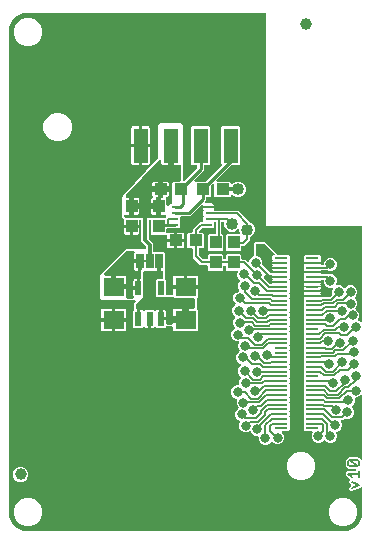
<source format=gbr>
G04 EAGLE Gerber RS-274X export*
G75*
%MOMM*%
%FSLAX34Y34*%
%LPD*%
%INTop Copper*%
%IPPOS*%
%AMOC8*
5,1,8,0,0,1.08239X$1,22.5*%
G01*
%ADD10C,0.152400*%
%ADD11R,1.140000X0.200000*%
%ADD12R,1.100000X1.000000*%
%ADD13R,0.601600X0.250000*%
%ADD14R,1.000000X1.100000*%
%ADD15C,1.000000*%
%ADD16R,1.250000X3.000000*%
%ADD17R,0.635000X1.270000*%
%ADD18C,0.203200*%
%ADD19R,0.550000X1.200000*%
%ADD20R,1.800000X1.600000*%
%ADD21C,0.838200*%
%ADD22C,1.016000*%
%ADD23C,0.304800*%
%ADD24C,0.254000*%

G36*
X287046Y2799D02*
X287046Y2799D01*
X287095Y2798D01*
X289870Y3072D01*
X289897Y3079D01*
X289925Y3079D01*
X290086Y3126D01*
X295214Y5250D01*
X295270Y5284D01*
X295330Y5310D01*
X295395Y5362D01*
X295423Y5379D01*
X295435Y5394D01*
X295461Y5415D01*
X299385Y9339D01*
X299423Y9392D01*
X299469Y9439D01*
X299509Y9512D01*
X299529Y9539D01*
X299534Y9558D01*
X299550Y9586D01*
X301674Y14714D01*
X301680Y14741D01*
X301694Y14766D01*
X301728Y14930D01*
X302002Y17705D01*
X302000Y17732D01*
X302005Y17780D01*
X302005Y39478D01*
X301994Y39550D01*
X301991Y39623D01*
X301974Y39671D01*
X301966Y39721D01*
X301932Y39785D01*
X301906Y39854D01*
X301874Y39893D01*
X301850Y39939D01*
X301798Y39989D01*
X301752Y40045D01*
X301709Y40073D01*
X301672Y40108D01*
X301606Y40139D01*
X301545Y40178D01*
X301495Y40190D01*
X301449Y40212D01*
X301377Y40220D01*
X301306Y40237D01*
X301255Y40233D01*
X301205Y40239D01*
X301133Y40223D01*
X301061Y40217D01*
X300996Y40193D01*
X300964Y40186D01*
X300944Y40174D01*
X300904Y40159D01*
X300889Y40152D01*
X300859Y40130D01*
X300824Y40116D01*
X300780Y40076D01*
X300753Y40060D01*
X300738Y40043D01*
X300690Y40008D01*
X300668Y39977D01*
X300640Y39953D01*
X300591Y39877D01*
X299887Y39642D01*
X299858Y39627D01*
X299787Y39601D01*
X293371Y36393D01*
X291574Y36992D01*
X290727Y38687D01*
X291326Y40484D01*
X292483Y41062D01*
X292497Y41073D01*
X292514Y41079D01*
X292597Y41145D01*
X292682Y41206D01*
X292693Y41221D01*
X292707Y41232D01*
X292764Y41321D01*
X292825Y41406D01*
X292830Y41423D01*
X292840Y41438D01*
X292866Y41541D01*
X292897Y41642D01*
X292897Y41660D01*
X292901Y41677D01*
X292893Y41782D01*
X292890Y41888D01*
X292884Y41904D01*
X292882Y41922D01*
X292841Y42019D01*
X292805Y42118D01*
X292794Y42132D01*
X292787Y42149D01*
X292717Y42228D01*
X292651Y42310D01*
X292636Y42320D01*
X292624Y42333D01*
X292483Y42424D01*
X291326Y43003D01*
X290727Y44800D01*
X291366Y46077D01*
X291372Y46097D01*
X291383Y46115D01*
X291408Y46214D01*
X291439Y46312D01*
X291438Y46333D01*
X291443Y46353D01*
X291435Y46455D01*
X291433Y46558D01*
X291426Y46578D01*
X291424Y46599D01*
X291384Y46693D01*
X291349Y46789D01*
X291336Y46806D01*
X291328Y46825D01*
X291223Y46956D01*
X289590Y48589D01*
X288028Y50151D01*
X288028Y52046D01*
X289367Y53385D01*
X295910Y53385D01*
X295930Y53388D01*
X295949Y53386D01*
X296051Y53408D01*
X296153Y53425D01*
X296170Y53434D01*
X296190Y53438D01*
X296279Y53492D01*
X296370Y53540D01*
X296384Y53554D01*
X296401Y53565D01*
X296468Y53643D01*
X296540Y53718D01*
X296548Y53736D01*
X296561Y53751D01*
X296600Y53848D01*
X296643Y53941D01*
X296645Y53961D01*
X296653Y53980D01*
X296671Y54146D01*
X296671Y54524D01*
X296668Y54544D01*
X296670Y54564D01*
X296648Y54665D01*
X296632Y54767D01*
X296622Y54785D01*
X296618Y54804D01*
X296565Y54893D01*
X296516Y54985D01*
X296502Y54998D01*
X296492Y55015D01*
X296413Y55083D01*
X296338Y55154D01*
X296320Y55162D01*
X296305Y55175D01*
X296209Y55214D01*
X296115Y55258D01*
X296095Y55260D01*
X296077Y55267D01*
X295910Y55286D01*
X290808Y55286D01*
X288028Y58066D01*
X288028Y62841D01*
X289245Y64059D01*
X289246Y64059D01*
X290808Y65621D01*
X298465Y65621D01*
X299682Y64404D01*
X300706Y63380D01*
X300764Y63338D01*
X300816Y63289D01*
X300863Y63267D01*
X300905Y63237D01*
X300974Y63216D01*
X301039Y63185D01*
X301091Y63180D01*
X301141Y63164D01*
X301212Y63166D01*
X301283Y63158D01*
X301334Y63169D01*
X301386Y63171D01*
X301454Y63195D01*
X301524Y63211D01*
X301569Y63237D01*
X301617Y63255D01*
X301673Y63300D01*
X301735Y63337D01*
X301769Y63376D01*
X301809Y63409D01*
X301848Y63469D01*
X301895Y63524D01*
X301914Y63572D01*
X301942Y63616D01*
X301960Y63685D01*
X301987Y63752D01*
X301995Y63823D01*
X302003Y63854D01*
X302001Y63878D01*
X302005Y63919D01*
X302005Y117332D01*
X301994Y117403D01*
X301992Y117475D01*
X301974Y117524D01*
X301966Y117575D01*
X301932Y117638D01*
X301907Y117706D01*
X301875Y117746D01*
X301850Y117792D01*
X301798Y117842D01*
X301754Y117898D01*
X301710Y117926D01*
X301672Y117962D01*
X301607Y117992D01*
X301547Y118031D01*
X301496Y118043D01*
X301449Y118065D01*
X301378Y118073D01*
X301308Y118091D01*
X301256Y118087D01*
X301205Y118092D01*
X301134Y118077D01*
X301063Y118072D01*
X301015Y118051D01*
X300964Y118040D01*
X300903Y118003D01*
X300837Y117975D01*
X300781Y117930D01*
X300753Y117914D01*
X300738Y117896D01*
X300706Y117870D01*
X299656Y116820D01*
X297555Y115950D01*
X296649Y115950D01*
X296604Y115943D01*
X296558Y115945D01*
X296483Y115923D01*
X296406Y115911D01*
X296365Y115889D01*
X296321Y115876D01*
X296257Y115832D01*
X296189Y115795D01*
X296157Y115762D01*
X296119Y115736D01*
X296073Y115673D01*
X296019Y115617D01*
X296000Y115575D01*
X295973Y115539D01*
X295948Y115465D01*
X295916Y115394D01*
X295911Y115348D01*
X295896Y115305D01*
X295897Y115227D01*
X295889Y115150D01*
X295898Y115105D01*
X295899Y115059D01*
X295937Y114927D01*
X295941Y114909D01*
X295943Y114905D01*
X295945Y114898D01*
X296038Y114675D01*
X296038Y112401D01*
X295168Y110300D01*
X293558Y108691D01*
X293523Y108669D01*
X293480Y108654D01*
X293420Y108605D01*
X293353Y108564D01*
X293324Y108528D01*
X293288Y108500D01*
X293246Y108434D01*
X293196Y108374D01*
X293180Y108332D01*
X293155Y108293D01*
X293136Y108217D01*
X293108Y108145D01*
X293106Y108099D01*
X293095Y108054D01*
X293101Y107977D01*
X293098Y107899D01*
X293111Y107855D01*
X293114Y107809D01*
X293145Y107738D01*
X293166Y107663D01*
X293193Y107625D01*
X293211Y107583D01*
X293296Y107476D01*
X293307Y107461D01*
X293311Y107458D01*
X293315Y107452D01*
X294152Y106616D01*
X295022Y104515D01*
X295022Y102241D01*
X294152Y100140D01*
X292544Y98532D01*
X290443Y97662D01*
X288169Y97662D01*
X287688Y97862D01*
X287575Y97888D01*
X287461Y97917D01*
X287455Y97916D01*
X287449Y97918D01*
X287332Y97907D01*
X287216Y97898D01*
X287210Y97895D01*
X287204Y97895D01*
X287096Y97847D01*
X286989Y97801D01*
X286984Y97797D01*
X286979Y97795D01*
X286965Y97782D01*
X286858Y97697D01*
X285935Y96773D01*
X284684Y96773D01*
X284638Y96766D01*
X284593Y96768D01*
X284518Y96746D01*
X284441Y96734D01*
X284400Y96712D01*
X284356Y96699D01*
X284292Y96655D01*
X284224Y96618D01*
X284192Y96585D01*
X284154Y96559D01*
X284108Y96496D01*
X284054Y96440D01*
X284035Y96398D01*
X284007Y96362D01*
X283983Y96288D01*
X283951Y96217D01*
X283945Y96171D01*
X283931Y96128D01*
X283932Y96050D01*
X283923Y95973D01*
X283933Y95928D01*
X283934Y95882D01*
X283972Y95750D01*
X283976Y95732D01*
X283978Y95728D01*
X283980Y95721D01*
X284862Y93593D01*
X284862Y91319D01*
X283992Y89218D01*
X282384Y87610D01*
X280616Y86878D01*
X280599Y86868D01*
X280579Y86862D01*
X280494Y86803D01*
X280406Y86748D01*
X280394Y86733D01*
X280377Y86722D01*
X280316Y86639D01*
X280250Y86559D01*
X280242Y86540D01*
X280231Y86524D01*
X280199Y86426D01*
X280161Y86329D01*
X280161Y86309D01*
X280154Y86290D01*
X280155Y86187D01*
X280151Y86084D01*
X280157Y86064D01*
X280157Y86045D01*
X280204Y85883D01*
X280798Y84449D01*
X280798Y82175D01*
X279928Y80074D01*
X278320Y78466D01*
X276219Y77596D01*
X273945Y77596D01*
X271844Y78466D01*
X270667Y79643D01*
X270651Y79655D01*
X270639Y79671D01*
X270551Y79727D01*
X270468Y79787D01*
X270449Y79793D01*
X270432Y79804D01*
X270331Y79829D01*
X270232Y79859D01*
X270213Y79859D01*
X270193Y79864D01*
X270090Y79856D01*
X269987Y79853D01*
X269968Y79846D01*
X269948Y79845D01*
X269853Y79804D01*
X269756Y79769D01*
X269740Y79756D01*
X269722Y79748D01*
X269591Y79643D01*
X268160Y78212D01*
X266059Y77342D01*
X263785Y77342D01*
X261684Y78212D01*
X260076Y79820D01*
X259206Y81921D01*
X259206Y84195D01*
X260045Y86221D01*
X260056Y86265D01*
X260075Y86307D01*
X260084Y86384D01*
X260102Y86460D01*
X260097Y86506D01*
X260102Y86551D01*
X260086Y86628D01*
X260078Y86705D01*
X260060Y86747D01*
X260050Y86792D01*
X260010Y86859D01*
X259978Y86930D01*
X259947Y86964D01*
X259924Y87003D01*
X259865Y87054D01*
X259812Y87111D01*
X259772Y87133D01*
X259737Y87163D01*
X259665Y87192D01*
X259597Y87229D01*
X259551Y87238D01*
X259509Y87255D01*
X259373Y87270D01*
X259354Y87273D01*
X259350Y87272D01*
X259342Y87273D01*
X253268Y87273D01*
X252375Y88166D01*
X252375Y91534D01*
X252391Y91596D01*
X252421Y91695D01*
X252421Y91715D01*
X252426Y91734D01*
X252418Y91837D01*
X252415Y91940D01*
X252408Y91959D01*
X252407Y91979D01*
X252375Y92053D01*
X252375Y95534D01*
X252391Y95596D01*
X252421Y95694D01*
X252421Y95714D01*
X252426Y95734D01*
X252418Y95837D01*
X252415Y95940D01*
X252408Y95959D01*
X252407Y95979D01*
X252375Y96052D01*
X252375Y99534D01*
X252391Y99596D01*
X252421Y99695D01*
X252421Y99715D01*
X252426Y99734D01*
X252418Y99837D01*
X252415Y99940D01*
X252408Y99959D01*
X252407Y99979D01*
X252375Y100053D01*
X252375Y103534D01*
X252391Y103596D01*
X252421Y103695D01*
X252421Y103715D01*
X252426Y103734D01*
X252418Y103837D01*
X252415Y103940D01*
X252408Y103959D01*
X252407Y103979D01*
X252375Y104053D01*
X252375Y107534D01*
X252391Y107596D01*
X252421Y107695D01*
X252421Y107715D01*
X252426Y107734D01*
X252418Y107837D01*
X252415Y107940D01*
X252408Y107959D01*
X252407Y107979D01*
X252375Y108053D01*
X252375Y111534D01*
X252391Y111596D01*
X252421Y111695D01*
X252421Y111715D01*
X252426Y111734D01*
X252418Y111837D01*
X252415Y111940D01*
X252408Y111959D01*
X252407Y111979D01*
X252375Y112053D01*
X252375Y115534D01*
X252391Y115596D01*
X252421Y115695D01*
X252421Y115715D01*
X252426Y115734D01*
X252418Y115837D01*
X252415Y115940D01*
X252408Y115959D01*
X252407Y115979D01*
X252375Y116053D01*
X252375Y119534D01*
X252391Y119596D01*
X252421Y119695D01*
X252421Y119715D01*
X252426Y119734D01*
X252418Y119837D01*
X252415Y119940D01*
X252408Y119959D01*
X252407Y119979D01*
X252375Y120053D01*
X252375Y123534D01*
X252391Y123596D01*
X252421Y123695D01*
X252421Y123715D01*
X252426Y123734D01*
X252418Y123837D01*
X252415Y123940D01*
X252408Y123959D01*
X252407Y123979D01*
X252375Y124053D01*
X252375Y127534D01*
X252391Y127596D01*
X252421Y127695D01*
X252421Y127715D01*
X252426Y127734D01*
X252418Y127837D01*
X252415Y127940D01*
X252408Y127959D01*
X252407Y127979D01*
X252375Y128053D01*
X252375Y131534D01*
X252391Y131596D01*
X252421Y131695D01*
X252421Y131715D01*
X252426Y131734D01*
X252418Y131837D01*
X252415Y131940D01*
X252408Y131959D01*
X252407Y131979D01*
X252375Y132053D01*
X252375Y135534D01*
X252391Y135596D01*
X252421Y135695D01*
X252421Y135715D01*
X252426Y135734D01*
X252418Y135837D01*
X252415Y135940D01*
X252408Y135959D01*
X252407Y135979D01*
X252375Y136053D01*
X252375Y139534D01*
X252391Y139596D01*
X252421Y139695D01*
X252421Y139715D01*
X252426Y139734D01*
X252418Y139837D01*
X252415Y139940D01*
X252408Y139959D01*
X252407Y139979D01*
X252375Y140053D01*
X252375Y143534D01*
X252391Y143596D01*
X252421Y143695D01*
X252421Y143715D01*
X252426Y143734D01*
X252418Y143837D01*
X252415Y143940D01*
X252408Y143959D01*
X252407Y143979D01*
X252375Y144053D01*
X252375Y147534D01*
X252391Y147596D01*
X252421Y147695D01*
X252421Y147715D01*
X252426Y147734D01*
X252418Y147837D01*
X252415Y147940D01*
X252408Y147959D01*
X252407Y147979D01*
X252375Y148053D01*
X252375Y151534D01*
X252391Y151596D01*
X252421Y151695D01*
X252421Y151715D01*
X252426Y151734D01*
X252418Y151837D01*
X252415Y151940D01*
X252408Y151959D01*
X252407Y151979D01*
X252375Y152053D01*
X252375Y155534D01*
X252391Y155596D01*
X252421Y155695D01*
X252421Y155715D01*
X252426Y155734D01*
X252418Y155833D01*
X252419Y155845D01*
X252417Y155856D01*
X252415Y155940D01*
X252408Y155959D01*
X252407Y155979D01*
X252375Y156053D01*
X252375Y159534D01*
X252391Y159596D01*
X252421Y159695D01*
X252421Y159715D01*
X252426Y159734D01*
X252418Y159837D01*
X252415Y159940D01*
X252408Y159959D01*
X252407Y159979D01*
X252375Y160053D01*
X252375Y163534D01*
X252391Y163596D01*
X252421Y163695D01*
X252421Y163715D01*
X252426Y163734D01*
X252418Y163837D01*
X252415Y163940D01*
X252408Y163959D01*
X252407Y163979D01*
X252375Y164053D01*
X252375Y167534D01*
X252391Y167596D01*
X252421Y167694D01*
X252421Y167714D01*
X252426Y167734D01*
X252418Y167837D01*
X252415Y167940D01*
X252408Y167959D01*
X252407Y167979D01*
X252375Y168052D01*
X252375Y171534D01*
X252382Y171561D01*
X252394Y171587D01*
X252398Y171619D01*
X252421Y171695D01*
X252421Y171715D01*
X252426Y171734D01*
X252420Y171813D01*
X252422Y171832D01*
X252417Y171851D01*
X252415Y171940D01*
X252408Y171959D01*
X252407Y171979D01*
X252375Y172053D01*
X252375Y175534D01*
X252391Y175596D01*
X252421Y175695D01*
X252421Y175715D01*
X252426Y175734D01*
X252418Y175837D01*
X252415Y175940D01*
X252408Y175959D01*
X252407Y175979D01*
X252375Y176053D01*
X252375Y179534D01*
X252391Y179596D01*
X252421Y179695D01*
X252421Y179715D01*
X252426Y179734D01*
X252418Y179837D01*
X252415Y179940D01*
X252408Y179959D01*
X252407Y179979D01*
X252375Y180053D01*
X252375Y183534D01*
X252391Y183596D01*
X252421Y183695D01*
X252421Y183715D01*
X252426Y183734D01*
X252418Y183837D01*
X252415Y183940D01*
X252408Y183959D01*
X252407Y183979D01*
X252375Y184053D01*
X252375Y187534D01*
X252391Y187596D01*
X252421Y187695D01*
X252421Y187715D01*
X252426Y187734D01*
X252418Y187837D01*
X252415Y187940D01*
X252408Y187959D01*
X252407Y187979D01*
X252375Y188053D01*
X252375Y191534D01*
X252391Y191596D01*
X252421Y191695D01*
X252421Y191715D01*
X252426Y191734D01*
X252418Y191837D01*
X252415Y191940D01*
X252408Y191959D01*
X252407Y191979D01*
X252375Y192053D01*
X252375Y195534D01*
X252391Y195596D01*
X252421Y195695D01*
X252421Y195715D01*
X252426Y195734D01*
X252418Y195837D01*
X252415Y195940D01*
X252408Y195959D01*
X252407Y195979D01*
X252375Y196053D01*
X252375Y199448D01*
X252396Y199477D01*
X252466Y199571D01*
X252467Y199576D01*
X252471Y199582D01*
X252506Y199694D01*
X252542Y199804D01*
X252542Y199811D01*
X252543Y199817D01*
X252540Y199933D01*
X252539Y200050D01*
X252537Y200058D01*
X252537Y200062D01*
X252531Y200080D01*
X252493Y200211D01*
X252375Y200495D01*
X252375Y201037D01*
X259600Y201037D01*
X267178Y201037D01*
X267191Y201025D01*
X267287Y200986D01*
X267381Y200943D01*
X267401Y200941D01*
X267419Y200933D01*
X267586Y200915D01*
X274073Y200915D01*
X274164Y200929D01*
X274254Y200937D01*
X274284Y200949D01*
X274316Y200954D01*
X274397Y200997D01*
X274481Y201033D01*
X274513Y201059D01*
X274534Y201070D01*
X274556Y201093D01*
X274612Y201138D01*
X276259Y202784D01*
X276327Y202880D01*
X276396Y202973D01*
X276398Y202979D01*
X276402Y202984D01*
X276436Y203096D01*
X276473Y203207D01*
X276473Y203213D01*
X276474Y203219D01*
X276471Y203336D01*
X276470Y203453D01*
X276468Y203460D01*
X276468Y203465D01*
X276462Y203483D01*
X276424Y203614D01*
X276224Y204095D01*
X276224Y206369D01*
X276843Y207862D01*
X276853Y207906D01*
X276872Y207948D01*
X276881Y208025D01*
X276899Y208101D01*
X276894Y208147D01*
X276900Y208192D01*
X276883Y208269D01*
X276876Y208346D01*
X276857Y208388D01*
X276847Y208433D01*
X276807Y208500D01*
X276776Y208571D01*
X276745Y208605D01*
X276721Y208644D01*
X276662Y208695D01*
X276609Y208752D01*
X276569Y208774D01*
X276534Y208804D01*
X276462Y208833D01*
X276394Y208870D01*
X276349Y208879D01*
X276306Y208896D01*
X276170Y208911D01*
X276152Y208914D01*
X276147Y208913D01*
X276139Y208914D01*
X273953Y208914D01*
X271852Y209784D01*
X270244Y211392D01*
X269374Y213493D01*
X269374Y214750D01*
X269371Y214770D01*
X269373Y214789D01*
X269351Y214891D01*
X269335Y214993D01*
X269325Y215010D01*
X269321Y215030D01*
X269268Y215119D01*
X269219Y215210D01*
X269205Y215224D01*
X269195Y215241D01*
X269116Y215308D01*
X269041Y215380D01*
X269023Y215388D01*
X269008Y215401D01*
X268912Y215440D01*
X268818Y215483D01*
X268798Y215485D01*
X268780Y215493D01*
X268613Y215511D01*
X267586Y215511D01*
X267566Y215508D01*
X267547Y215510D01*
X267445Y215488D01*
X267343Y215472D01*
X267326Y215462D01*
X267306Y215458D01*
X267217Y215405D01*
X267126Y215356D01*
X267112Y215342D01*
X267095Y215332D01*
X267028Y215253D01*
X266956Y215178D01*
X266948Y215160D01*
X266935Y215145D01*
X266896Y215049D01*
X266853Y214955D01*
X266851Y214935D01*
X266843Y214917D01*
X266825Y214750D01*
X266825Y214559D01*
X259600Y214559D01*
X252375Y214559D01*
X252375Y215101D01*
X252493Y215384D01*
X252519Y215498D01*
X252548Y215612D01*
X252547Y215618D01*
X252549Y215624D01*
X252538Y215740D01*
X252529Y215857D01*
X252526Y215863D01*
X252526Y215869D01*
X252478Y215976D01*
X252432Y216083D01*
X252428Y216089D01*
X252426Y216094D01*
X252413Y216107D01*
X252375Y216155D01*
X252375Y219448D01*
X252396Y219477D01*
X252466Y219571D01*
X252467Y219576D01*
X252471Y219582D01*
X252506Y219694D01*
X252542Y219804D01*
X252542Y219811D01*
X252543Y219817D01*
X252540Y219933D01*
X252539Y220050D01*
X252537Y220058D01*
X252537Y220062D01*
X252531Y220080D01*
X252493Y220211D01*
X252375Y220495D01*
X252375Y221037D01*
X259600Y221037D01*
X266825Y221037D01*
X266825Y220846D01*
X266828Y220826D01*
X266826Y220807D01*
X266848Y220705D01*
X266864Y220603D01*
X266874Y220586D01*
X266878Y220566D01*
X266931Y220477D01*
X266980Y220386D01*
X266994Y220372D01*
X267004Y220355D01*
X267083Y220288D01*
X267158Y220216D01*
X267176Y220208D01*
X267191Y220195D01*
X267287Y220156D01*
X267381Y220113D01*
X267401Y220111D01*
X267419Y220103D01*
X267586Y220085D01*
X273172Y220085D01*
X273236Y220095D01*
X273302Y220096D01*
X273382Y220119D01*
X273414Y220124D01*
X273431Y220134D01*
X273463Y220143D01*
X273953Y220346D01*
X276227Y220346D01*
X278328Y219476D01*
X279936Y217868D01*
X280806Y215767D01*
X280806Y213493D01*
X280187Y212000D01*
X280177Y211956D01*
X280158Y211914D01*
X280149Y211837D01*
X280131Y211761D01*
X280136Y211715D01*
X280130Y211670D01*
X280147Y211593D01*
X280154Y211516D01*
X280173Y211474D01*
X280183Y211429D01*
X280223Y211362D01*
X280254Y211291D01*
X280285Y211257D01*
X280309Y211218D01*
X280368Y211167D01*
X280421Y211110D01*
X280461Y211088D01*
X280496Y211058D01*
X280568Y211029D01*
X280636Y210992D01*
X280681Y210983D01*
X280724Y210966D01*
X280860Y210951D01*
X280878Y210948D01*
X280883Y210949D01*
X280891Y210948D01*
X283077Y210948D01*
X285178Y210078D01*
X286482Y208774D01*
X286498Y208762D01*
X286510Y208746D01*
X286598Y208690D01*
X286681Y208630D01*
X286700Y208624D01*
X286717Y208613D01*
X286818Y208588D01*
X286917Y208558D01*
X286936Y208558D01*
X286956Y208553D01*
X287059Y208561D01*
X287162Y208564D01*
X287181Y208571D01*
X287201Y208572D01*
X287296Y208613D01*
X287393Y208648D01*
X287409Y208661D01*
X287427Y208669D01*
X287558Y208774D01*
X288862Y210078D01*
X290963Y210948D01*
X293237Y210948D01*
X295338Y210078D01*
X296946Y208470D01*
X297816Y206369D01*
X297816Y204095D01*
X296946Y201994D01*
X295769Y200817D01*
X295757Y200801D01*
X295741Y200789D01*
X295685Y200701D01*
X295625Y200618D01*
X295619Y200599D01*
X295608Y200582D01*
X295583Y200481D01*
X295553Y200382D01*
X295553Y200363D01*
X295548Y200343D01*
X295556Y200240D01*
X295559Y200137D01*
X295566Y200118D01*
X295567Y200098D01*
X295608Y200003D01*
X295643Y199906D01*
X295656Y199890D01*
X295664Y199872D01*
X295769Y199741D01*
X296946Y198564D01*
X297816Y196463D01*
X297816Y194189D01*
X296946Y192088D01*
X296512Y191655D01*
X296485Y191618D01*
X296452Y191587D01*
X296414Y191518D01*
X296369Y191455D01*
X296355Y191411D01*
X296333Y191371D01*
X296319Y191294D01*
X296296Y191220D01*
X296297Y191174D01*
X296289Y191129D01*
X296301Y191052D01*
X296303Y190974D01*
X296318Y190931D01*
X296325Y190886D01*
X296360Y190816D01*
X296387Y190743D01*
X296416Y190707D01*
X296437Y190666D01*
X296492Y190612D01*
X296541Y190551D01*
X296579Y190526D01*
X296612Y190494D01*
X296732Y190428D01*
X296748Y190418D01*
X296752Y190417D01*
X296759Y190413D01*
X297116Y190266D01*
X298724Y188658D01*
X299594Y186557D01*
X299594Y184283D01*
X298724Y182182D01*
X298693Y182152D01*
X298666Y182114D01*
X298632Y182083D01*
X298595Y182015D01*
X298549Y181952D01*
X298536Y181908D01*
X298514Y181868D01*
X298500Y181791D01*
X298477Y181717D01*
X298478Y181671D01*
X298470Y181626D01*
X298481Y181549D01*
X298483Y181471D01*
X298499Y181428D01*
X298506Y181382D01*
X298541Y181313D01*
X298568Y181240D01*
X298597Y181204D01*
X298617Y181163D01*
X298673Y181109D01*
X298722Y181048D01*
X298760Y181023D01*
X298793Y180991D01*
X298913Y180925D01*
X298928Y180915D01*
X298933Y180914D01*
X298940Y180910D01*
X299656Y180614D01*
X300706Y179564D01*
X300764Y179522D01*
X300816Y179472D01*
X300863Y179450D01*
X300905Y179420D01*
X300974Y179399D01*
X301039Y179369D01*
X301091Y179363D01*
X301141Y179348D01*
X301212Y179349D01*
X301283Y179342D01*
X301334Y179353D01*
X301386Y179354D01*
X301454Y179379D01*
X301524Y179394D01*
X301569Y179421D01*
X301617Y179438D01*
X301673Y179483D01*
X301735Y179520D01*
X301769Y179560D01*
X301809Y179592D01*
X301848Y179652D01*
X301895Y179707D01*
X301914Y179755D01*
X301942Y179799D01*
X301960Y179869D01*
X301987Y179935D01*
X301995Y180006D01*
X302003Y180038D01*
X302001Y180061D01*
X302005Y180102D01*
X302005Y260350D01*
X302002Y260370D01*
X302004Y260389D01*
X301982Y260491D01*
X301966Y260593D01*
X301956Y260610D01*
X301952Y260630D01*
X301899Y260719D01*
X301850Y260810D01*
X301836Y260824D01*
X301826Y260841D01*
X301747Y260908D01*
X301672Y260980D01*
X301654Y260988D01*
X301639Y261001D01*
X301543Y261040D01*
X301449Y261083D01*
X301429Y261085D01*
X301411Y261093D01*
X301244Y261111D01*
X220769Y261111D01*
X220471Y261409D01*
X220471Y440944D01*
X220468Y440964D01*
X220470Y440983D01*
X220448Y441085D01*
X220432Y441187D01*
X220422Y441204D01*
X220418Y441224D01*
X220365Y441313D01*
X220316Y441404D01*
X220302Y441418D01*
X220292Y441435D01*
X220213Y441502D01*
X220138Y441574D01*
X220120Y441582D01*
X220105Y441595D01*
X220009Y441634D01*
X219915Y441677D01*
X219895Y441679D01*
X219877Y441687D01*
X219710Y441705D01*
X17780Y441705D01*
X17754Y441701D01*
X17705Y441702D01*
X14930Y441428D01*
X14903Y441421D01*
X14875Y441421D01*
X14714Y441374D01*
X9586Y439250D01*
X9530Y439216D01*
X9470Y439190D01*
X9405Y439138D01*
X9377Y439121D01*
X9365Y439106D01*
X9339Y439085D01*
X5415Y435161D01*
X5377Y435108D01*
X5331Y435061D01*
X5291Y434988D01*
X5271Y434961D01*
X5266Y434942D01*
X5250Y434914D01*
X3126Y429786D01*
X3120Y429759D01*
X3106Y429734D01*
X3072Y429570D01*
X2798Y426795D01*
X2800Y426768D01*
X2795Y426720D01*
X2795Y17780D01*
X2799Y17754D01*
X2798Y17705D01*
X3072Y14930D01*
X3079Y14903D01*
X3079Y14875D01*
X3126Y14714D01*
X5250Y9586D01*
X5284Y9530D01*
X5310Y9470D01*
X5362Y9405D01*
X5379Y9377D01*
X5394Y9365D01*
X5415Y9339D01*
X9339Y5415D01*
X9392Y5377D01*
X9439Y5331D01*
X9512Y5291D01*
X9539Y5271D01*
X9558Y5266D01*
X9586Y5250D01*
X14714Y3126D01*
X14741Y3120D01*
X14766Y3106D01*
X14930Y3072D01*
X17705Y2798D01*
X17732Y2800D01*
X17780Y2795D01*
X287020Y2795D01*
X287046Y2799D01*
G37*
%LPC*%
G36*
X142768Y172055D02*
X142768Y172055D01*
X141875Y172948D01*
X141875Y175260D01*
X141872Y175280D01*
X141874Y175299D01*
X141852Y175401D01*
X141836Y175503D01*
X141826Y175520D01*
X141822Y175540D01*
X141769Y175629D01*
X141720Y175720D01*
X141706Y175734D01*
X141696Y175751D01*
X141617Y175818D01*
X141542Y175890D01*
X141524Y175898D01*
X141509Y175911D01*
X141413Y175950D01*
X141319Y175993D01*
X141299Y175995D01*
X141281Y176003D01*
X141114Y176021D01*
X136084Y176021D01*
X135994Y176007D01*
X135903Y175999D01*
X135873Y175987D01*
X135841Y175982D01*
X135760Y175939D01*
X135677Y175903D01*
X135644Y175877D01*
X135624Y175866D01*
X135602Y175843D01*
X135546Y175798D01*
X134802Y175054D01*
X128038Y175054D01*
X127294Y175798D01*
X127220Y175851D01*
X127151Y175911D01*
X127121Y175923D01*
X127095Y175942D01*
X127008Y175969D01*
X126923Y176003D01*
X126882Y176007D01*
X126860Y176014D01*
X126827Y176013D01*
X126756Y176021D01*
X126584Y176021D01*
X126494Y176007D01*
X126403Y175999D01*
X126373Y175987D01*
X126341Y175982D01*
X126260Y175939D01*
X126177Y175903D01*
X126144Y175877D01*
X126124Y175866D01*
X126102Y175843D01*
X126046Y175798D01*
X125534Y175286D01*
X124973Y175054D01*
X123294Y175054D01*
X123294Y181966D01*
X123291Y181985D01*
X123293Y182005D01*
X123271Y182107D01*
X123255Y182209D01*
X123245Y182226D01*
X123241Y182246D01*
X123188Y182335D01*
X123139Y182426D01*
X123125Y182440D01*
X123115Y182457D01*
X123036Y182524D01*
X122961Y182595D01*
X122943Y182604D01*
X122928Y182617D01*
X122832Y182655D01*
X122738Y182699D01*
X122718Y182701D01*
X122700Y182709D01*
X122533Y182727D01*
X121307Y182727D01*
X121287Y182724D01*
X121267Y182726D01*
X121166Y182704D01*
X121064Y182687D01*
X121047Y182678D01*
X121027Y182674D01*
X120938Y182621D01*
X120847Y182572D01*
X120833Y182558D01*
X120816Y182548D01*
X120749Y182469D01*
X120677Y182394D01*
X120669Y182376D01*
X120656Y182361D01*
X120617Y182264D01*
X120574Y182171D01*
X120572Y182151D01*
X120564Y182133D01*
X120546Y181966D01*
X120546Y175054D01*
X118867Y175054D01*
X118306Y175286D01*
X117825Y175768D01*
X117788Y175827D01*
X117753Y175856D01*
X117724Y175892D01*
X117659Y175934D01*
X117599Y175984D01*
X117556Y176000D01*
X117517Y176025D01*
X117442Y176044D01*
X117369Y176072D01*
X117323Y176074D01*
X117279Y176085D01*
X117201Y176079D01*
X117123Y176082D01*
X117079Y176069D01*
X117033Y176066D01*
X116962Y176035D01*
X116887Y176014D01*
X116849Y175987D01*
X116807Y175969D01*
X116785Y175952D01*
X116760Y175939D01*
X116677Y175903D01*
X116644Y175877D01*
X116624Y175866D01*
X116602Y175843D01*
X116546Y175798D01*
X115802Y175054D01*
X109038Y175054D01*
X108145Y175947D01*
X108145Y189211D01*
X108488Y189554D01*
X108535Y189618D01*
X108550Y189634D01*
X108553Y189641D01*
X108601Y189697D01*
X108613Y189727D01*
X108632Y189753D01*
X108659Y189840D01*
X108693Y189925D01*
X108697Y189966D01*
X108704Y189988D01*
X108703Y190021D01*
X108711Y190092D01*
X108711Y195573D01*
X109958Y196820D01*
X110000Y196878D01*
X110049Y196930D01*
X110071Y196977D01*
X110102Y197019D01*
X110123Y197088D01*
X110153Y197153D01*
X110159Y197205D01*
X110174Y197255D01*
X110172Y197326D01*
X110180Y197397D01*
X110169Y197448D01*
X110168Y197500D01*
X110143Y197568D01*
X110128Y197638D01*
X110101Y197683D01*
X110083Y197731D01*
X110038Y197787D01*
X110002Y197849D01*
X109962Y197883D01*
X109930Y197923D01*
X109869Y197962D01*
X109815Y198009D01*
X109766Y198028D01*
X109723Y198056D01*
X109653Y198074D01*
X109587Y198101D01*
X109515Y198109D01*
X109484Y198117D01*
X109461Y198115D01*
X109420Y198119D01*
X81498Y198119D01*
X80009Y199608D01*
X80009Y219492D01*
X101818Y241301D01*
X118110Y241301D01*
X118130Y241304D01*
X118149Y241302D01*
X118251Y241324D01*
X118353Y241340D01*
X118370Y241350D01*
X118390Y241354D01*
X118479Y241407D01*
X118570Y241456D01*
X118584Y241470D01*
X118601Y241480D01*
X118668Y241559D01*
X118740Y241634D01*
X118748Y241652D01*
X118761Y241667D01*
X118800Y241763D01*
X118843Y241857D01*
X118845Y241877D01*
X118853Y241895D01*
X118871Y242062D01*
X118871Y243532D01*
X118857Y243622D01*
X118849Y243713D01*
X118837Y243743D01*
X118832Y243775D01*
X118789Y243855D01*
X118753Y243939D01*
X118727Y243971D01*
X118716Y243992D01*
X118693Y244014D01*
X118648Y244070D01*
X115061Y247657D01*
X115061Y265684D01*
X115058Y265704D01*
X115060Y265723D01*
X115038Y265825D01*
X115022Y265927D01*
X115012Y265944D01*
X115008Y265964D01*
X114955Y266053D01*
X114906Y266144D01*
X114892Y266158D01*
X114882Y266175D01*
X114803Y266242D01*
X114728Y266314D01*
X114710Y266322D01*
X114695Y266335D01*
X114599Y266374D01*
X114505Y266417D01*
X114485Y266419D01*
X114467Y266427D01*
X114300Y266445D01*
X113966Y266445D01*
X113946Y266442D01*
X113927Y266444D01*
X113825Y266422D01*
X113723Y266406D01*
X113706Y266396D01*
X113686Y266392D01*
X113597Y266339D01*
X113506Y266290D01*
X113492Y266276D01*
X113475Y266266D01*
X113408Y266187D01*
X113336Y266112D01*
X113328Y266094D01*
X113315Y266079D01*
X113276Y265983D01*
X113233Y265889D01*
X113231Y265869D01*
X113223Y265851D01*
X113205Y265684D01*
X113205Y262263D01*
X107442Y262263D01*
X107422Y262260D01*
X107403Y262262D01*
X107301Y262240D01*
X107199Y262223D01*
X107182Y262214D01*
X107162Y262210D01*
X107073Y262157D01*
X106982Y262108D01*
X106968Y262094D01*
X106951Y262084D01*
X106884Y262005D01*
X106813Y261930D01*
X106804Y261912D01*
X106791Y261897D01*
X106752Y261801D01*
X106709Y261707D01*
X106707Y261687D01*
X106699Y261669D01*
X106681Y261502D01*
X106681Y260739D01*
X106679Y260739D01*
X106679Y261502D01*
X106676Y261522D01*
X106678Y261541D01*
X106656Y261643D01*
X106639Y261745D01*
X106630Y261762D01*
X106626Y261782D01*
X106573Y261871D01*
X106524Y261962D01*
X106510Y261976D01*
X106500Y261993D01*
X106421Y262060D01*
X106346Y262131D01*
X106328Y262140D01*
X106313Y262153D01*
X106217Y262192D01*
X106123Y262235D01*
X106103Y262237D01*
X106085Y262245D01*
X105918Y262263D01*
X100155Y262263D01*
X100155Y266417D01*
X100141Y266507D01*
X100133Y266598D01*
X100121Y266628D01*
X100116Y266660D01*
X100073Y266740D01*
X100037Y266824D01*
X100011Y266856D01*
X100000Y266877D01*
X99977Y266899D01*
X99932Y266955D01*
X98805Y268082D01*
X98805Y284409D01*
X98803Y284421D01*
X98805Y284439D01*
X98759Y285591D01*
X99574Y286406D01*
X99581Y286416D01*
X99595Y286428D01*
X129083Y318374D01*
X129125Y318438D01*
X129175Y318495D01*
X129193Y318540D01*
X129219Y318579D01*
X129238Y318653D01*
X129267Y318724D01*
X129274Y318787D01*
X129282Y318817D01*
X129280Y318843D01*
X129285Y318890D01*
X129285Y346598D01*
X130922Y348235D01*
X148478Y348235D01*
X150115Y346598D01*
X150115Y299805D01*
X150126Y299734D01*
X150128Y299662D01*
X150146Y299613D01*
X150154Y299562D01*
X150188Y299499D01*
X150213Y299431D01*
X150245Y299391D01*
X150270Y299345D01*
X150322Y299295D01*
X150366Y299239D01*
X150410Y299211D01*
X150448Y299175D01*
X150513Y299145D01*
X150573Y299106D01*
X150624Y299094D01*
X150671Y299072D01*
X150742Y299064D01*
X150812Y299046D01*
X150864Y299050D01*
X150915Y299045D01*
X150986Y299060D01*
X151057Y299065D01*
X151105Y299086D01*
X151156Y299097D01*
X151217Y299134D01*
X151283Y299162D01*
X151339Y299207D01*
X151367Y299223D01*
X151382Y299241D01*
X151414Y299267D01*
X162082Y309935D01*
X162135Y310009D01*
X162195Y310078D01*
X162207Y310108D01*
X162226Y310134D01*
X162253Y310221D01*
X162287Y310306D01*
X162291Y310347D01*
X162298Y310369D01*
X162297Y310402D01*
X162305Y310473D01*
X162305Y311784D01*
X162302Y311804D01*
X162304Y311823D01*
X162282Y311925D01*
X162266Y312027D01*
X162256Y312044D01*
X162252Y312064D01*
X162199Y312153D01*
X162150Y312244D01*
X162136Y312258D01*
X162126Y312275D01*
X162047Y312342D01*
X161972Y312414D01*
X161954Y312422D01*
X161939Y312435D01*
X161843Y312474D01*
X161749Y312517D01*
X161729Y312519D01*
X161711Y312527D01*
X161544Y312545D01*
X158218Y312545D01*
X157325Y313438D01*
X157325Y344702D01*
X158218Y345595D01*
X171982Y345595D01*
X172875Y344702D01*
X172875Y313438D01*
X171982Y312545D01*
X168656Y312545D01*
X168636Y312542D01*
X168617Y312544D01*
X168515Y312522D01*
X168413Y312506D01*
X168396Y312496D01*
X168376Y312492D01*
X168287Y312439D01*
X168196Y312390D01*
X168182Y312376D01*
X168165Y312366D01*
X168098Y312287D01*
X168026Y312212D01*
X168018Y312194D01*
X168005Y312179D01*
X167966Y312083D01*
X167923Y311989D01*
X167921Y311969D01*
X167913Y311951D01*
X167895Y311784D01*
X167895Y307842D01*
X159977Y299924D01*
X159935Y299866D01*
X159885Y299814D01*
X159863Y299767D01*
X159833Y299725D01*
X159812Y299656D01*
X159782Y299591D01*
X159776Y299539D01*
X159761Y299489D01*
X159763Y299418D01*
X159755Y299347D01*
X159766Y299296D01*
X159767Y299244D01*
X159792Y299176D01*
X159807Y299106D01*
X159834Y299061D01*
X159852Y299013D01*
X159896Y298957D01*
X159933Y298895D01*
X159973Y298861D01*
X160005Y298821D01*
X160066Y298782D01*
X160120Y298735D01*
X160168Y298716D01*
X160212Y298688D01*
X160282Y298670D01*
X160348Y298643D01*
X160420Y298635D01*
X160451Y298627D01*
X160474Y298629D01*
X160515Y298625D01*
X169017Y298625D01*
X169107Y298639D01*
X169198Y298647D01*
X169228Y298659D01*
X169260Y298664D01*
X169340Y298707D01*
X169424Y298743D01*
X169456Y298769D01*
X169477Y298780D01*
X169499Y298803D01*
X169555Y298848D01*
X182897Y312190D01*
X182909Y312206D01*
X182925Y312218D01*
X182981Y312306D01*
X183041Y312390D01*
X183047Y312409D01*
X183058Y312425D01*
X183083Y312526D01*
X183113Y312625D01*
X183113Y312645D01*
X183118Y312664D01*
X183110Y312767D01*
X183107Y312870D01*
X183100Y312889D01*
X183099Y312909D01*
X183058Y313004D01*
X183022Y313101D01*
X183010Y313117D01*
X183002Y313135D01*
X182897Y313266D01*
X182725Y313438D01*
X182725Y344702D01*
X183618Y345595D01*
X197382Y345595D01*
X198275Y344702D01*
X198275Y313438D01*
X197382Y312545D01*
X191473Y312545D01*
X191383Y312531D01*
X191292Y312523D01*
X191262Y312511D01*
X191230Y312506D01*
X191150Y312463D01*
X191066Y312427D01*
X191034Y312401D01*
X191013Y312390D01*
X190991Y312367D01*
X190935Y312322D01*
X178537Y299924D01*
X178495Y299866D01*
X178445Y299814D01*
X178423Y299767D01*
X178393Y299725D01*
X178372Y299656D01*
X178342Y299591D01*
X178336Y299539D01*
X178321Y299489D01*
X178323Y299418D01*
X178315Y299347D01*
X178326Y299296D01*
X178327Y299244D01*
X178352Y299176D01*
X178367Y299106D01*
X178394Y299061D01*
X178412Y299013D01*
X178456Y298957D01*
X178493Y298895D01*
X178533Y298861D01*
X178565Y298821D01*
X178626Y298782D01*
X178680Y298735D01*
X178728Y298716D01*
X178772Y298688D01*
X178842Y298670D01*
X178908Y298643D01*
X178980Y298635D01*
X179011Y298627D01*
X179034Y298629D01*
X179075Y298625D01*
X189892Y298625D01*
X190785Y297732D01*
X190785Y297213D01*
X190796Y297142D01*
X190798Y297071D01*
X190816Y297022D01*
X190824Y296970D01*
X190858Y296907D01*
X190883Y296840D01*
X190915Y296799D01*
X190940Y296753D01*
X190992Y296704D01*
X191036Y296648D01*
X191080Y296619D01*
X191118Y296584D01*
X191183Y296553D01*
X191243Y296515D01*
X191294Y296502D01*
X191341Y296480D01*
X191412Y296472D01*
X191482Y296455D01*
X191534Y296459D01*
X191585Y296453D01*
X191656Y296468D01*
X191727Y296474D01*
X191775Y296494D01*
X191826Y296505D01*
X191887Y296542D01*
X191953Y296570D01*
X192009Y296615D01*
X192037Y296631D01*
X192052Y296649D01*
X192084Y296675D01*
X193109Y297699D01*
X195536Y298705D01*
X198164Y298705D01*
X200591Y297699D01*
X202449Y295841D01*
X203455Y293414D01*
X203455Y290786D01*
X202449Y288359D01*
X200591Y286501D01*
X198164Y285495D01*
X195536Y285495D01*
X193109Y286501D01*
X192084Y287525D01*
X192026Y287567D01*
X191974Y287616D01*
X191927Y287638D01*
X191885Y287669D01*
X191816Y287690D01*
X191751Y287720D01*
X191699Y287726D01*
X191649Y287741D01*
X191578Y287739D01*
X191507Y287747D01*
X191456Y287736D01*
X191404Y287735D01*
X191336Y287710D01*
X191266Y287695D01*
X191221Y287668D01*
X191173Y287650D01*
X191117Y287605D01*
X191055Y287569D01*
X191021Y287529D01*
X190981Y287497D01*
X190942Y287436D01*
X190895Y287382D01*
X190876Y287333D01*
X190848Y287290D01*
X190830Y287220D01*
X190803Y287154D01*
X190795Y287082D01*
X190787Y287051D01*
X190789Y287028D01*
X190785Y286987D01*
X190785Y286468D01*
X189892Y285575D01*
X177628Y285575D01*
X176735Y286468D01*
X176735Y296285D01*
X176724Y296356D01*
X176722Y296428D01*
X176704Y296477D01*
X176696Y296528D01*
X176662Y296591D01*
X176637Y296659D01*
X176605Y296699D01*
X176580Y296745D01*
X176528Y296795D01*
X176484Y296851D01*
X176440Y296879D01*
X176402Y296915D01*
X176337Y296945D01*
X176277Y296984D01*
X176226Y296996D01*
X176179Y297018D01*
X176108Y297026D01*
X176038Y297044D01*
X175986Y297040D01*
X175935Y297045D01*
X175864Y297030D01*
X175793Y297025D01*
X175745Y297004D01*
X175694Y296993D01*
X175633Y296956D01*
X175567Y296928D01*
X175511Y296883D01*
X175483Y296867D01*
X175468Y296849D01*
X175436Y296823D01*
X174008Y295395D01*
X173955Y295321D01*
X173895Y295252D01*
X173883Y295222D01*
X173864Y295196D01*
X173837Y295108D01*
X173803Y295024D01*
X173799Y294983D01*
X173792Y294961D01*
X173793Y294928D01*
X173785Y294857D01*
X173785Y286468D01*
X172892Y285575D01*
X170316Y285575D01*
X170296Y285572D01*
X170277Y285574D01*
X170175Y285552D01*
X170073Y285536D01*
X170056Y285526D01*
X170036Y285522D01*
X169947Y285469D01*
X169856Y285420D01*
X169842Y285406D01*
X169825Y285396D01*
X169758Y285317D01*
X169686Y285242D01*
X169678Y285224D01*
X169665Y285209D01*
X169626Y285113D01*
X169583Y285019D01*
X169581Y284999D01*
X169573Y284981D01*
X169555Y284814D01*
X169555Y282442D01*
X169083Y281970D01*
X169041Y281912D01*
X168991Y281860D01*
X168969Y281813D01*
X168939Y281771D01*
X168918Y281702D01*
X168888Y281637D01*
X168882Y281585D01*
X168867Y281535D01*
X168869Y281464D01*
X168861Y281393D01*
X168872Y281342D01*
X168873Y281290D01*
X168898Y281222D01*
X168913Y281152D01*
X168940Y281107D01*
X168958Y281059D01*
X169002Y281003D01*
X169039Y280941D01*
X169079Y280907D01*
X169111Y280867D01*
X169172Y280828D01*
X169226Y280781D01*
X169274Y280762D01*
X169318Y280734D01*
X169388Y280716D01*
X169454Y280689D01*
X169525Y280681D01*
X169557Y280673D01*
X169580Y280675D01*
X169621Y280671D01*
X174516Y280671D01*
X175399Y279788D01*
X175408Y279770D01*
X175413Y279766D01*
X175416Y279760D01*
X175500Y279680D01*
X175584Y279598D01*
X175590Y279594D01*
X175594Y279591D01*
X175611Y279583D01*
X175731Y279517D01*
X175814Y279483D01*
X176243Y279054D01*
X176475Y278493D01*
X176475Y277701D01*
X171942Y277701D01*
X167409Y277701D01*
X167409Y278459D01*
X167398Y278530D01*
X167396Y278602D01*
X167378Y278651D01*
X167370Y278702D01*
X167336Y278765D01*
X167311Y278833D01*
X167279Y278873D01*
X167254Y278919D01*
X167202Y278969D01*
X167158Y279025D01*
X167114Y279053D01*
X167076Y279089D01*
X167011Y279119D01*
X166951Y279158D01*
X166900Y279170D01*
X166853Y279192D01*
X166782Y279200D01*
X166712Y279218D01*
X166660Y279214D01*
X166609Y279219D01*
X166538Y279204D01*
X166467Y279199D01*
X166419Y279178D01*
X166368Y279167D01*
X166307Y279130D01*
X166241Y279102D01*
X166185Y279057D01*
X166157Y279041D01*
X166142Y279023D01*
X166110Y278997D01*
X156258Y269145D01*
X148466Y269145D01*
X148446Y269142D01*
X148427Y269144D01*
X148325Y269122D01*
X148223Y269106D01*
X148206Y269096D01*
X148186Y269092D01*
X148097Y269039D01*
X148006Y268990D01*
X147992Y268976D01*
X147975Y268966D01*
X147908Y268887D01*
X147836Y268812D01*
X147828Y268794D01*
X147815Y268779D01*
X147776Y268683D01*
X147733Y268589D01*
X147731Y268569D01*
X147723Y268551D01*
X147705Y268384D01*
X147705Y265058D01*
X147625Y264978D01*
X147613Y264962D01*
X147597Y264950D01*
X147541Y264862D01*
X147481Y264779D01*
X147475Y264760D01*
X147464Y264743D01*
X147439Y264642D01*
X147409Y264543D01*
X147409Y264523D01*
X147404Y264504D01*
X147412Y264401D01*
X147415Y264298D01*
X147422Y264279D01*
X147423Y264259D01*
X147464Y264164D01*
X147499Y264067D01*
X147512Y264051D01*
X147520Y264033D01*
X147625Y263902D01*
X147705Y263822D01*
X147705Y260058D01*
X146812Y259165D01*
X144665Y259165D01*
X144575Y259151D01*
X144508Y259145D01*
X136826Y259145D01*
X136806Y259142D01*
X136787Y259144D01*
X136685Y259122D01*
X136583Y259106D01*
X136566Y259096D01*
X136546Y259092D01*
X136457Y259039D01*
X136366Y258990D01*
X136352Y258976D01*
X136335Y258966D01*
X136268Y258887D01*
X136196Y258812D01*
X136188Y258794D01*
X136175Y258779D01*
X136136Y258683D01*
X136093Y258589D01*
X136091Y258569D01*
X136083Y258551D01*
X136065Y258384D01*
X136065Y255579D01*
X136076Y255508D01*
X136078Y255436D01*
X136096Y255387D01*
X136104Y255336D01*
X136138Y255273D01*
X136163Y255205D01*
X136195Y255165D01*
X136220Y255119D01*
X136271Y255069D01*
X136316Y255013D01*
X136360Y254985D01*
X136398Y254949D01*
X136463Y254919D01*
X136523Y254880D01*
X136574Y254868D01*
X136621Y254846D01*
X136692Y254838D01*
X136762Y254820D01*
X136814Y254824D01*
X136865Y254819D01*
X136936Y254834D01*
X137007Y254839D01*
X137055Y254860D01*
X137106Y254871D01*
X137167Y254908D01*
X137233Y254936D01*
X137289Y254981D01*
X137317Y254997D01*
X137332Y255015D01*
X137364Y255041D01*
X137536Y255213D01*
X138097Y255445D01*
X142377Y255445D01*
X142377Y250443D01*
X136875Y250443D01*
X136875Y253581D01*
X136864Y253652D01*
X136862Y253724D01*
X136844Y253773D01*
X136836Y253824D01*
X136802Y253887D01*
X136777Y253955D01*
X136745Y253995D01*
X136720Y254041D01*
X136669Y254091D01*
X136624Y254147D01*
X136580Y254175D01*
X136542Y254211D01*
X136477Y254241D01*
X136417Y254280D01*
X136366Y254292D01*
X136319Y254314D01*
X136248Y254322D01*
X136178Y254340D01*
X136126Y254336D01*
X136075Y254341D01*
X136004Y254326D01*
X135933Y254321D01*
X135885Y254300D01*
X135834Y254289D01*
X135773Y254252D01*
X135707Y254224D01*
X135651Y254179D01*
X135623Y254163D01*
X135608Y254145D01*
X135576Y254119D01*
X135172Y253715D01*
X123908Y253715D01*
X123015Y254608D01*
X123015Y265684D01*
X123012Y265704D01*
X123014Y265723D01*
X122992Y265825D01*
X122976Y265927D01*
X122966Y265944D01*
X122962Y265964D01*
X122909Y266053D01*
X122860Y266144D01*
X122846Y266158D01*
X122836Y266175D01*
X122757Y266242D01*
X122682Y266314D01*
X122664Y266322D01*
X122649Y266335D01*
X122553Y266374D01*
X122459Y266417D01*
X122439Y266419D01*
X122421Y266427D01*
X122254Y266445D01*
X121920Y266445D01*
X121900Y266442D01*
X121881Y266444D01*
X121779Y266422D01*
X121677Y266406D01*
X121660Y266396D01*
X121640Y266392D01*
X121551Y266339D01*
X121460Y266290D01*
X121446Y266276D01*
X121429Y266266D01*
X121362Y266187D01*
X121290Y266112D01*
X121282Y266094D01*
X121269Y266079D01*
X121230Y265983D01*
X121187Y265889D01*
X121185Y265869D01*
X121177Y265851D01*
X121159Y265684D01*
X121159Y250498D01*
X121173Y250408D01*
X121181Y250317D01*
X121193Y250287D01*
X121198Y250255D01*
X121241Y250175D01*
X121277Y250091D01*
X121303Y250059D01*
X121314Y250038D01*
X121337Y250016D01*
X121382Y249960D01*
X124969Y246373D01*
X124969Y239776D01*
X124972Y239756D01*
X124970Y239737D01*
X124992Y239635D01*
X125008Y239533D01*
X125018Y239516D01*
X125022Y239496D01*
X125075Y239407D01*
X125124Y239316D01*
X125138Y239302D01*
X125148Y239285D01*
X125227Y239218D01*
X125302Y239146D01*
X125320Y239138D01*
X125335Y239125D01*
X125431Y239086D01*
X125525Y239043D01*
X125545Y239041D01*
X125563Y239033D01*
X125730Y239015D01*
X126438Y239015D01*
X126528Y239029D01*
X126619Y239037D01*
X126649Y239049D01*
X126681Y239054D01*
X126761Y239097D01*
X126845Y239133D01*
X126877Y239159D01*
X126898Y239170D01*
X126920Y239193D01*
X126976Y239238D01*
X127007Y239269D01*
X133343Y239269D01*
X133374Y239238D01*
X133448Y239185D01*
X133517Y239125D01*
X133547Y239113D01*
X133574Y239094D01*
X133661Y239067D01*
X133745Y239033D01*
X133786Y239029D01*
X133809Y239022D01*
X133841Y239023D01*
X133847Y239022D01*
X134759Y238110D01*
X134762Y238089D01*
X134770Y237998D01*
X134782Y237968D01*
X134787Y237936D01*
X134830Y237856D01*
X134866Y237772D01*
X134892Y237740D01*
X134903Y237719D01*
X134926Y237697D01*
X134971Y237641D01*
X135129Y237483D01*
X135129Y216094D01*
X135143Y216004D01*
X135151Y215913D01*
X135163Y215883D01*
X135168Y215851D01*
X135211Y215770D01*
X135247Y215687D01*
X135273Y215654D01*
X135284Y215634D01*
X135307Y215612D01*
X135352Y215556D01*
X135695Y215213D01*
X135695Y203200D01*
X135698Y203180D01*
X135696Y203161D01*
X135718Y203059D01*
X135734Y202957D01*
X135744Y202940D01*
X135748Y202920D01*
X135801Y202831D01*
X135850Y202740D01*
X135864Y202726D01*
X135874Y202709D01*
X135953Y202642D01*
X136028Y202570D01*
X136046Y202562D01*
X136061Y202549D01*
X136157Y202510D01*
X136251Y202467D01*
X136271Y202465D01*
X136289Y202457D01*
X136456Y202439D01*
X141114Y202439D01*
X141134Y202442D01*
X141153Y202440D01*
X141255Y202462D01*
X141357Y202478D01*
X141374Y202488D01*
X141394Y202492D01*
X141483Y202545D01*
X141574Y202594D01*
X141588Y202608D01*
X141605Y202618D01*
X141672Y202697D01*
X141744Y202772D01*
X141752Y202790D01*
X141765Y202805D01*
X141804Y202901D01*
X141847Y202995D01*
X141849Y203015D01*
X141857Y203033D01*
X141875Y203200D01*
X141875Y208057D01*
X151638Y208057D01*
X151658Y208060D01*
X151677Y208058D01*
X151779Y208080D01*
X151881Y208097D01*
X151898Y208106D01*
X151918Y208110D01*
X152007Y208163D01*
X152098Y208212D01*
X152112Y208226D01*
X152129Y208236D01*
X152196Y208315D01*
X152267Y208390D01*
X152276Y208408D01*
X152289Y208423D01*
X152328Y208519D01*
X152371Y208613D01*
X152373Y208633D01*
X152381Y208651D01*
X152399Y208818D01*
X152399Y209581D01*
X152401Y209581D01*
X152401Y208818D01*
X152404Y208798D01*
X152402Y208779D01*
X152424Y208677D01*
X152441Y208575D01*
X152450Y208558D01*
X152454Y208538D01*
X152507Y208449D01*
X152556Y208358D01*
X152570Y208344D01*
X152580Y208327D01*
X152659Y208260D01*
X152734Y208189D01*
X152752Y208180D01*
X152767Y208167D01*
X152863Y208128D01*
X152957Y208085D01*
X152977Y208083D01*
X152995Y208075D01*
X153162Y208057D01*
X162925Y208057D01*
X162925Y201277D01*
X162693Y200716D01*
X162261Y200285D01*
X162169Y200228D01*
X162069Y200168D01*
X162065Y200163D01*
X162060Y200160D01*
X161985Y200070D01*
X161909Y199981D01*
X161907Y199975D01*
X161903Y199970D01*
X161861Y199862D01*
X161817Y199753D01*
X161816Y199745D01*
X161815Y199741D01*
X161814Y199722D01*
X161799Y199586D01*
X161799Y191653D01*
X161813Y191563D01*
X161821Y191472D01*
X161833Y191442D01*
X161838Y191410D01*
X161881Y191329D01*
X161917Y191246D01*
X161943Y191213D01*
X161954Y191193D01*
X161977Y191171D01*
X162022Y191115D01*
X162925Y190212D01*
X162925Y172948D01*
X162032Y172055D01*
X142768Y172055D01*
G37*
%LPD*%
%LPC*%
G36*
X218827Y75818D02*
X218827Y75818D01*
X216726Y76688D01*
X215118Y78296D01*
X214248Y80397D01*
X214248Y82423D01*
X214245Y82443D01*
X214247Y82462D01*
X214225Y82564D01*
X214209Y82666D01*
X214199Y82683D01*
X214195Y82703D01*
X214142Y82792D01*
X214093Y82883D01*
X214079Y82897D01*
X214069Y82914D01*
X213990Y82981D01*
X213915Y83053D01*
X213897Y83061D01*
X213882Y83074D01*
X213786Y83113D01*
X213692Y83156D01*
X213672Y83158D01*
X213654Y83166D01*
X213487Y83184D01*
X211969Y83184D01*
X209868Y84054D01*
X208260Y85662D01*
X207813Y86743D01*
X207802Y86760D01*
X207797Y86779D01*
X207738Y86864D01*
X207683Y86952D01*
X207668Y86965D01*
X207657Y86981D01*
X207573Y87043D01*
X207494Y87109D01*
X207475Y87116D01*
X207459Y87128D01*
X207361Y87160D01*
X207264Y87197D01*
X207244Y87198D01*
X207225Y87204D01*
X207122Y87203D01*
X207018Y87207D01*
X206999Y87202D01*
X206979Y87202D01*
X206818Y87155D01*
X204591Y86232D01*
X202317Y86232D01*
X200216Y87102D01*
X198608Y88710D01*
X197738Y90811D01*
X197738Y93085D01*
X198586Y95133D01*
X198591Y95152D01*
X198601Y95169D01*
X198619Y95272D01*
X198643Y95372D01*
X198641Y95392D01*
X198644Y95412D01*
X198629Y95514D01*
X198620Y95617D01*
X198611Y95635D01*
X198609Y95655D01*
X198562Y95747D01*
X198520Y95842D01*
X198506Y95856D01*
X198497Y95874D01*
X198423Y95947D01*
X198353Y96023D01*
X198336Y96032D01*
X198321Y96046D01*
X198174Y96127D01*
X196660Y96754D01*
X195052Y98362D01*
X194182Y100463D01*
X194182Y102737D01*
X195052Y104838D01*
X196660Y106446D01*
X196837Y106519D01*
X196876Y106543D01*
X196919Y106559D01*
X196980Y106608D01*
X197046Y106648D01*
X197076Y106684D01*
X197111Y106713D01*
X197154Y106778D01*
X197203Y106838D01*
X197220Y106881D01*
X197244Y106919D01*
X197263Y106995D01*
X197291Y107068D01*
X197293Y107113D01*
X197305Y107158D01*
X197298Y107235D01*
X197302Y107313D01*
X197289Y107357D01*
X197285Y107403D01*
X197255Y107475D01*
X197233Y107550D01*
X197207Y107587D01*
X197189Y107629D01*
X197104Y107736D01*
X197093Y107752D01*
X197089Y107755D01*
X197084Y107760D01*
X196576Y108268D01*
X195706Y110369D01*
X195706Y112643D01*
X196136Y113681D01*
X196141Y113700D01*
X196150Y113718D01*
X196169Y113820D01*
X196192Y113920D01*
X196191Y113940D01*
X196194Y113960D01*
X196179Y114062D01*
X196169Y114165D01*
X196161Y114184D01*
X196158Y114203D01*
X196111Y114296D01*
X196069Y114390D01*
X196056Y114405D01*
X196047Y114423D01*
X195973Y114495D01*
X195903Y114571D01*
X195885Y114581D01*
X195871Y114595D01*
X195724Y114676D01*
X193612Y115550D01*
X192004Y117158D01*
X191134Y119259D01*
X191134Y121533D01*
X192004Y123634D01*
X193612Y125242D01*
X195713Y126112D01*
X196723Y126112D01*
X196743Y126115D01*
X196762Y126113D01*
X196864Y126135D01*
X196966Y126151D01*
X196983Y126161D01*
X197003Y126165D01*
X197092Y126218D01*
X197183Y126267D01*
X197197Y126281D01*
X197214Y126291D01*
X197281Y126370D01*
X197353Y126445D01*
X197361Y126463D01*
X197374Y126478D01*
X197413Y126574D01*
X197456Y126668D01*
X197458Y126688D01*
X197466Y126706D01*
X197484Y126873D01*
X197484Y129153D01*
X198354Y131254D01*
X199445Y132344D01*
X199471Y132381D01*
X199505Y132412D01*
X199543Y132480D01*
X199588Y132544D01*
X199602Y132587D01*
X199624Y132628D01*
X199638Y132704D01*
X199661Y132779D01*
X199659Y132825D01*
X199668Y132870D01*
X199656Y132947D01*
X199654Y133025D01*
X199638Y133068D01*
X199632Y133113D01*
X199597Y133182D01*
X199570Y133256D01*
X199541Y133291D01*
X199520Y133332D01*
X199465Y133387D01*
X199416Y133448D01*
X199377Y133472D01*
X199345Y133505D01*
X199225Y133571D01*
X199209Y133581D01*
X199204Y133582D01*
X199201Y133584D01*
X197592Y135192D01*
X196722Y137293D01*
X196722Y139567D01*
X197592Y141668D01*
X199104Y143179D01*
X199130Y143216D01*
X199164Y143247D01*
X199202Y143315D01*
X199247Y143378D01*
X199261Y143422D01*
X199283Y143463D01*
X199297Y143539D01*
X199319Y143614D01*
X199318Y143659D01*
X199326Y143705D01*
X199315Y143782D01*
X199313Y143859D01*
X199297Y143903D01*
X199291Y143948D01*
X199255Y144017D01*
X199229Y144090D01*
X199200Y144126D01*
X199179Y144167D01*
X199124Y144222D01*
X199075Y144283D01*
X199036Y144307D01*
X199004Y144339D01*
X198884Y144405D01*
X198868Y144416D01*
X198863Y144417D01*
X198857Y144420D01*
X197422Y145014D01*
X195814Y146622D01*
X194944Y148723D01*
X194944Y150997D01*
X195814Y153098D01*
X197422Y154706D01*
X197959Y154928D01*
X197998Y154952D01*
X198041Y154968D01*
X198101Y155016D01*
X198168Y155057D01*
X198197Y155093D01*
X198233Y155121D01*
X198275Y155187D01*
X198324Y155247D01*
X198341Y155290D01*
X198366Y155328D01*
X198385Y155404D01*
X198413Y155476D01*
X198415Y155522D01*
X198426Y155567D01*
X198420Y155644D01*
X198423Y155722D01*
X198410Y155766D01*
X198407Y155812D01*
X198376Y155884D01*
X198354Y155958D01*
X198328Y155996D01*
X198310Y156038D01*
X198225Y156145D01*
X198214Y156160D01*
X198210Y156163D01*
X198205Y156169D01*
X197846Y156528D01*
X196976Y158629D01*
X196976Y160903D01*
X197595Y162396D01*
X197604Y162434D01*
X197612Y162452D01*
X197613Y162456D01*
X197624Y162482D01*
X197633Y162559D01*
X197651Y162635D01*
X197646Y162681D01*
X197652Y162726D01*
X197635Y162803D01*
X197628Y162880D01*
X197609Y162922D01*
X197599Y162967D01*
X197559Y163034D01*
X197528Y163105D01*
X197497Y163139D01*
X197473Y163178D01*
X197414Y163229D01*
X197361Y163286D01*
X197321Y163308D01*
X197286Y163338D01*
X197214Y163367D01*
X197146Y163404D01*
X197101Y163413D01*
X197058Y163430D01*
X196922Y163445D01*
X196904Y163448D01*
X196899Y163447D01*
X196891Y163448D01*
X195459Y163448D01*
X193358Y164318D01*
X191750Y165926D01*
X190880Y168027D01*
X190880Y170301D01*
X191750Y172402D01*
X193358Y174010D01*
X193715Y174157D01*
X193754Y174181D01*
X193797Y174197D01*
X193858Y174246D01*
X193924Y174287D01*
X193953Y174322D01*
X193989Y174351D01*
X194031Y174416D01*
X194081Y174476D01*
X194097Y174519D01*
X194122Y174558D01*
X194141Y174633D01*
X194169Y174706D01*
X194171Y174752D01*
X194182Y174796D01*
X194176Y174874D01*
X194179Y174952D01*
X194167Y174996D01*
X194163Y175042D01*
X194133Y175113D01*
X194111Y175188D01*
X194085Y175226D01*
X194067Y175268D01*
X193981Y175375D01*
X193971Y175390D01*
X193967Y175393D01*
X193962Y175399D01*
X193274Y176086D01*
X192404Y178187D01*
X192404Y180461D01*
X193274Y182562D01*
X194197Y183485D01*
X194209Y183501D01*
X194225Y183513D01*
X194281Y183601D01*
X194341Y183684D01*
X194347Y183703D01*
X194358Y183720D01*
X194383Y183821D01*
X194413Y183920D01*
X194413Y183939D01*
X194418Y183959D01*
X194410Y184062D01*
X194407Y184165D01*
X194400Y184184D01*
X194399Y184204D01*
X194358Y184299D01*
X194323Y184396D01*
X194310Y184412D01*
X194302Y184430D01*
X194197Y184561D01*
X192512Y186246D01*
X191642Y188347D01*
X191642Y190621D01*
X192512Y192722D01*
X194120Y194330D01*
X194477Y194477D01*
X194516Y194501D01*
X194559Y194517D01*
X194620Y194566D01*
X194686Y194607D01*
X194715Y194642D01*
X194751Y194671D01*
X194793Y194736D01*
X194843Y194796D01*
X194859Y194839D01*
X194884Y194878D01*
X194903Y194953D01*
X194931Y195026D01*
X194933Y195072D01*
X194944Y195116D01*
X194938Y195194D01*
X194941Y195272D01*
X194929Y195316D01*
X194925Y195362D01*
X194895Y195433D01*
X194873Y195508D01*
X194847Y195546D01*
X194829Y195588D01*
X194743Y195695D01*
X194733Y195710D01*
X194729Y195713D01*
X194724Y195719D01*
X193782Y196660D01*
X192912Y198761D01*
X192912Y201035D01*
X193782Y203136D01*
X195390Y204744D01*
X197363Y205561D01*
X197402Y205585D01*
X197446Y205601D01*
X197506Y205649D01*
X197572Y205690D01*
X197602Y205726D01*
X197638Y205755D01*
X197680Y205820D01*
X197729Y205880D01*
X197746Y205923D01*
X197771Y205961D01*
X197790Y206037D01*
X197817Y206110D01*
X197819Y206155D01*
X197831Y206200D01*
X197825Y206278D01*
X197828Y206355D01*
X197815Y206399D01*
X197811Y206445D01*
X197781Y206517D01*
X197759Y206592D01*
X197733Y206629D01*
X197715Y206672D01*
X197630Y206778D01*
X197619Y206794D01*
X197615Y206797D01*
X197610Y206802D01*
X197592Y206820D01*
X196722Y208921D01*
X196722Y211195D01*
X197592Y213296D01*
X198642Y214346D01*
X198654Y214362D01*
X198670Y214374D01*
X198726Y214462D01*
X198786Y214545D01*
X198792Y214564D01*
X198803Y214581D01*
X198828Y214682D01*
X198858Y214781D01*
X198858Y214800D01*
X198863Y214820D01*
X198855Y214923D01*
X198852Y215026D01*
X198845Y215045D01*
X198844Y215065D01*
X198803Y215160D01*
X198768Y215257D01*
X198755Y215273D01*
X198747Y215291D01*
X198642Y215422D01*
X197084Y216980D01*
X196214Y219081D01*
X196214Y221355D01*
X196557Y222183D01*
X196568Y222227D01*
X196587Y222269D01*
X196596Y222346D01*
X196613Y222422D01*
X196609Y222468D01*
X196614Y222513D01*
X196598Y222590D01*
X196590Y222667D01*
X196572Y222709D01*
X196562Y222754D01*
X196522Y222821D01*
X196490Y222892D01*
X196459Y222926D01*
X196436Y222965D01*
X196376Y223016D01*
X196324Y223073D01*
X196284Y223095D01*
X196249Y223125D01*
X196176Y223154D01*
X196108Y223191D01*
X196063Y223200D01*
X196021Y223217D01*
X195885Y223232D01*
X195866Y223235D01*
X195861Y223234D01*
X195854Y223235D01*
X187408Y223235D01*
X186515Y224128D01*
X186515Y226958D01*
X186512Y226978D01*
X186514Y226997D01*
X186492Y227099D01*
X186476Y227201D01*
X186466Y227218D01*
X186462Y227238D01*
X186409Y227327D01*
X186360Y227418D01*
X186346Y227432D01*
X186336Y227449D01*
X186257Y227516D01*
X186182Y227588D01*
X186164Y227596D01*
X186149Y227609D01*
X186053Y227648D01*
X185959Y227691D01*
X185939Y227693D01*
X185921Y227701D01*
X185754Y227719D01*
X185086Y227719D01*
X185066Y227716D01*
X185047Y227718D01*
X184945Y227696D01*
X184843Y227680D01*
X184826Y227670D01*
X184806Y227666D01*
X184717Y227613D01*
X184626Y227564D01*
X184612Y227550D01*
X184595Y227540D01*
X184528Y227461D01*
X184456Y227386D01*
X184448Y227368D01*
X184435Y227353D01*
X184396Y227257D01*
X184353Y227163D01*
X184351Y227143D01*
X184343Y227125D01*
X184325Y226958D01*
X184325Y224128D01*
X183432Y223235D01*
X172168Y223235D01*
X171275Y224128D01*
X171275Y226958D01*
X171272Y226978D01*
X171274Y226997D01*
X171252Y227099D01*
X171236Y227201D01*
X171226Y227218D01*
X171222Y227238D01*
X171169Y227327D01*
X171120Y227418D01*
X171106Y227432D01*
X171096Y227449D01*
X171017Y227516D01*
X170942Y227588D01*
X170924Y227596D01*
X170909Y227609D01*
X170813Y227648D01*
X170719Y227691D01*
X170699Y227693D01*
X170681Y227701D01*
X170514Y227719D01*
X164928Y227719D01*
X158359Y234288D01*
X158359Y241634D01*
X158356Y241654D01*
X158358Y241673D01*
X158336Y241775D01*
X158320Y241877D01*
X158310Y241894D01*
X158306Y241914D01*
X158253Y242003D01*
X158204Y242094D01*
X158190Y242108D01*
X158180Y242125D01*
X158101Y242192D01*
X158026Y242264D01*
X158008Y242272D01*
X157993Y242285D01*
X157897Y242324D01*
X157803Y242367D01*
X157783Y242369D01*
X157765Y242377D01*
X157598Y242395D01*
X154768Y242395D01*
X153875Y243288D01*
X153875Y254552D01*
X154768Y255445D01*
X157598Y255445D01*
X157618Y255448D01*
X157637Y255446D01*
X157739Y255468D01*
X157841Y255484D01*
X157858Y255494D01*
X157878Y255498D01*
X157967Y255551D01*
X158058Y255600D01*
X158072Y255614D01*
X158089Y255624D01*
X158156Y255703D01*
X158228Y255778D01*
X158236Y255796D01*
X158249Y255811D01*
X158288Y255907D01*
X158331Y256001D01*
X158333Y256021D01*
X158341Y256039D01*
X158359Y256206D01*
X158359Y258472D01*
X164368Y264481D01*
X166648Y264481D01*
X166668Y264484D01*
X166687Y264482D01*
X166789Y264504D01*
X166891Y264520D01*
X166908Y264530D01*
X166928Y264534D01*
X167017Y264587D01*
X167108Y264636D01*
X167122Y264650D01*
X167139Y264660D01*
X167206Y264739D01*
X167278Y264814D01*
X167286Y264832D01*
X167299Y264847D01*
X167338Y264943D01*
X167381Y265037D01*
X167383Y265057D01*
X167391Y265075D01*
X167409Y265242D01*
X167409Y268822D01*
X167489Y268902D01*
X167501Y268918D01*
X167517Y268930D01*
X167573Y269017D01*
X167633Y269101D01*
X167639Y269120D01*
X167650Y269137D01*
X167675Y269238D01*
X167705Y269336D01*
X167705Y269356D01*
X167710Y269376D01*
X167702Y269479D01*
X167699Y269582D01*
X167692Y269601D01*
X167691Y269621D01*
X167650Y269716D01*
X167615Y269813D01*
X167602Y269829D01*
X167594Y269847D01*
X167489Y269978D01*
X167409Y270058D01*
X167409Y273822D01*
X167508Y273920D01*
X167576Y274015D01*
X167646Y274109D01*
X167648Y274115D01*
X167652Y274120D01*
X167686Y274232D01*
X167722Y274343D01*
X167722Y274349D01*
X167724Y274355D01*
X167721Y274472D01*
X167720Y274589D01*
X167718Y274596D01*
X167718Y274601D01*
X167711Y274618D01*
X167673Y274750D01*
X167409Y275387D01*
X167409Y276179D01*
X171942Y276179D01*
X176475Y276179D01*
X176475Y275387D01*
X176364Y275119D01*
X176354Y275075D01*
X176334Y275033D01*
X176326Y274956D01*
X176308Y274880D01*
X176312Y274834D01*
X176307Y274789D01*
X176324Y274712D01*
X176331Y274635D01*
X176350Y274593D01*
X176359Y274548D01*
X176399Y274481D01*
X176431Y274410D01*
X176462Y274376D01*
X176485Y274337D01*
X176545Y274286D01*
X176597Y274229D01*
X176637Y274207D01*
X176672Y274177D01*
X176745Y274148D01*
X176813Y274111D01*
X176858Y274102D01*
X176901Y274085D01*
X177036Y274070D01*
X177055Y274067D01*
X177060Y274068D01*
X177067Y274067D01*
X196527Y274067D01*
X198090Y272504D01*
X206352Y264242D01*
X206405Y264204D01*
X206452Y264158D01*
X206525Y264118D01*
X206551Y264099D01*
X206570Y264093D01*
X206599Y264077D01*
X208211Y263409D01*
X210069Y261551D01*
X211075Y259124D01*
X211075Y256496D01*
X210069Y254069D01*
X208211Y252211D01*
X207227Y251803D01*
X207127Y251741D01*
X207027Y251681D01*
X207023Y251677D01*
X207018Y251673D01*
X206943Y251583D01*
X206867Y251495D01*
X206865Y251489D01*
X206861Y251484D01*
X206819Y251375D01*
X206775Y251266D01*
X206774Y251259D01*
X206773Y251254D01*
X206772Y251236D01*
X206757Y251100D01*
X206757Y249243D01*
X201607Y244093D01*
X200326Y244093D01*
X200306Y244090D01*
X200287Y244092D01*
X200185Y244070D01*
X200083Y244054D01*
X200066Y244044D01*
X200046Y244040D01*
X199957Y243987D01*
X199866Y243938D01*
X199852Y243924D01*
X199835Y243914D01*
X199768Y243835D01*
X199696Y243760D01*
X199688Y243742D01*
X199675Y243727D01*
X199636Y243631D01*
X199593Y243537D01*
X199591Y243517D01*
X199583Y243499D01*
X199565Y243332D01*
X199565Y241128D01*
X198672Y240235D01*
X187408Y240235D01*
X186515Y241128D01*
X186515Y253392D01*
X187408Y254285D01*
X197642Y254285D01*
X197687Y254292D01*
X197733Y254290D01*
X197808Y254312D01*
X197885Y254324D01*
X197925Y254346D01*
X197969Y254359D01*
X198033Y254403D01*
X198102Y254440D01*
X198134Y254473D01*
X198171Y254499D01*
X198218Y254561D01*
X198272Y254618D01*
X198291Y254660D01*
X198318Y254696D01*
X198342Y254770D01*
X198375Y254841D01*
X198380Y254887D01*
X198394Y254930D01*
X198394Y255008D01*
X198402Y255085D01*
X198392Y255130D01*
X198392Y255176D01*
X198354Y255308D01*
X198350Y255326D01*
X198347Y255330D01*
X198345Y255337D01*
X197865Y256496D01*
X197865Y257807D01*
X197854Y257878D01*
X197852Y257949D01*
X197834Y257998D01*
X197826Y258050D01*
X197792Y258113D01*
X197767Y258180D01*
X197735Y258221D01*
X197710Y258267D01*
X197658Y258316D01*
X197614Y258372D01*
X197570Y258401D01*
X197532Y258436D01*
X197467Y258467D01*
X197407Y258505D01*
X197356Y258518D01*
X197309Y258540D01*
X197238Y258548D01*
X197168Y258565D01*
X197116Y258561D01*
X197065Y258567D01*
X196994Y258552D01*
X196923Y258546D01*
X196875Y258526D01*
X196824Y258515D01*
X196763Y258478D01*
X196697Y258450D01*
X196641Y258405D01*
X196613Y258389D01*
X196598Y258371D01*
X196566Y258345D01*
X195511Y257291D01*
X193084Y256285D01*
X190456Y256285D01*
X188029Y257291D01*
X186171Y259149D01*
X185165Y261576D01*
X185165Y263892D01*
X185162Y263912D01*
X185164Y263931D01*
X185142Y264033D01*
X185126Y264135D01*
X185116Y264152D01*
X185112Y264172D01*
X185059Y264261D01*
X185010Y264352D01*
X184996Y264366D01*
X184986Y264383D01*
X184907Y264450D01*
X184832Y264522D01*
X184814Y264530D01*
X184799Y264543D01*
X184703Y264582D01*
X184609Y264625D01*
X184589Y264627D01*
X184571Y264635D01*
X184404Y264653D01*
X183388Y264653D01*
X183368Y264650D01*
X183349Y264652D01*
X183247Y264630D01*
X183145Y264614D01*
X183128Y264604D01*
X183108Y264600D01*
X183019Y264547D01*
X182928Y264498D01*
X182914Y264484D01*
X182897Y264474D01*
X182830Y264395D01*
X182758Y264320D01*
X182750Y264302D01*
X182737Y264287D01*
X182698Y264191D01*
X182655Y264097D01*
X182653Y264077D01*
X182645Y264059D01*
X182627Y263892D01*
X182627Y255046D01*
X182630Y255026D01*
X182628Y255007D01*
X182650Y254905D01*
X182666Y254803D01*
X182676Y254786D01*
X182680Y254766D01*
X182733Y254677D01*
X182782Y254586D01*
X182796Y254572D01*
X182806Y254555D01*
X182885Y254488D01*
X182960Y254416D01*
X182978Y254408D01*
X182993Y254395D01*
X183089Y254356D01*
X183183Y254313D01*
X183203Y254311D01*
X183221Y254303D01*
X183388Y254285D01*
X183432Y254285D01*
X184325Y253392D01*
X184325Y241128D01*
X183432Y240235D01*
X172168Y240235D01*
X171275Y241128D01*
X171275Y253392D01*
X172168Y254285D01*
X177292Y254285D01*
X177312Y254288D01*
X177331Y254286D01*
X177433Y254308D01*
X177535Y254324D01*
X177552Y254334D01*
X177572Y254338D01*
X177661Y254391D01*
X177752Y254440D01*
X177766Y254454D01*
X177783Y254464D01*
X177850Y254543D01*
X177922Y254618D01*
X177930Y254636D01*
X177943Y254651D01*
X177982Y254747D01*
X178025Y254841D01*
X178027Y254861D01*
X178035Y254879D01*
X178053Y255046D01*
X178053Y263892D01*
X178050Y263912D01*
X178052Y263931D01*
X178030Y264033D01*
X178014Y264135D01*
X178004Y264152D01*
X178000Y264172D01*
X177947Y264261D01*
X177898Y264352D01*
X177884Y264366D01*
X177874Y264383D01*
X177795Y264450D01*
X177720Y264522D01*
X177702Y264530D01*
X177687Y264543D01*
X177591Y264582D01*
X177497Y264625D01*
X177477Y264627D01*
X177459Y264635D01*
X177292Y264653D01*
X177236Y264653D01*
X177216Y264650D01*
X177197Y264652D01*
X177095Y264630D01*
X176993Y264614D01*
X176976Y264604D01*
X176956Y264600D01*
X176867Y264547D01*
X176776Y264498D01*
X176762Y264484D01*
X176745Y264474D01*
X176678Y264395D01*
X176606Y264320D01*
X176598Y264302D01*
X176585Y264287D01*
X176546Y264191D01*
X176503Y264097D01*
X176501Y264077D01*
X176493Y264059D01*
X176475Y263892D01*
X176475Y260058D01*
X175582Y259165D01*
X168302Y259165D01*
X168291Y259176D01*
X168217Y259229D01*
X168148Y259289D01*
X168118Y259301D01*
X168092Y259320D01*
X168005Y259347D01*
X167920Y259381D01*
X167879Y259385D01*
X167857Y259392D01*
X167824Y259391D01*
X167753Y259399D01*
X166788Y259399D01*
X166698Y259385D01*
X166607Y259377D01*
X166577Y259365D01*
X166545Y259360D01*
X166464Y259317D01*
X166380Y259281D01*
X166348Y259255D01*
X166328Y259244D01*
X166305Y259221D01*
X166249Y259176D01*
X163817Y256744D01*
X163776Y256686D01*
X163726Y256634D01*
X163704Y256587D01*
X163674Y256545D01*
X163653Y256476D01*
X163623Y256411D01*
X163617Y256359D01*
X163601Y256309D01*
X163603Y256238D01*
X163595Y256167D01*
X163607Y256116D01*
X163608Y256064D01*
X163632Y255996D01*
X163648Y255926D01*
X163674Y255881D01*
X163692Y255833D01*
X163737Y255777D01*
X163774Y255715D01*
X163813Y255681D01*
X163846Y255641D01*
X163906Y255602D01*
X163961Y255555D01*
X164009Y255536D01*
X164053Y255508D01*
X164122Y255490D01*
X164189Y255463D01*
X164260Y255455D01*
X164291Y255447D01*
X164315Y255449D01*
X164356Y255445D01*
X167032Y255445D01*
X167925Y254552D01*
X167925Y243288D01*
X167032Y242395D01*
X164202Y242395D01*
X164182Y242392D01*
X164163Y242394D01*
X164061Y242372D01*
X163959Y242356D01*
X163942Y242346D01*
X163922Y242342D01*
X163833Y242289D01*
X163742Y242240D01*
X163728Y242226D01*
X163711Y242216D01*
X163644Y242137D01*
X163572Y242062D01*
X163564Y242044D01*
X163551Y242029D01*
X163512Y241933D01*
X163469Y241839D01*
X163467Y241819D01*
X163459Y241801D01*
X163441Y241634D01*
X163441Y236708D01*
X163455Y236618D01*
X163463Y236527D01*
X163475Y236497D01*
X163480Y236465D01*
X163523Y236384D01*
X163559Y236300D01*
X163585Y236268D01*
X163596Y236248D01*
X163619Y236225D01*
X163664Y236169D01*
X166809Y233024D01*
X166883Y232971D01*
X166953Y232911D01*
X166983Y232899D01*
X167009Y232880D01*
X167096Y232853D01*
X167181Y232819D01*
X167222Y232815D01*
X167244Y232808D01*
X167276Y232809D01*
X167348Y232801D01*
X170514Y232801D01*
X170534Y232804D01*
X170553Y232802D01*
X170655Y232824D01*
X170757Y232840D01*
X170774Y232850D01*
X170794Y232854D01*
X170883Y232907D01*
X170974Y232956D01*
X170988Y232970D01*
X171005Y232980D01*
X171072Y233059D01*
X171144Y233134D01*
X171152Y233152D01*
X171165Y233167D01*
X171204Y233263D01*
X171247Y233357D01*
X171249Y233377D01*
X171257Y233395D01*
X171275Y233562D01*
X171275Y236392D01*
X172168Y237285D01*
X183432Y237285D01*
X184325Y236392D01*
X184325Y233562D01*
X184328Y233542D01*
X184326Y233523D01*
X184348Y233421D01*
X184364Y233319D01*
X184374Y233302D01*
X184378Y233282D01*
X184431Y233193D01*
X184480Y233102D01*
X184494Y233088D01*
X184504Y233071D01*
X184583Y233004D01*
X184658Y232932D01*
X184676Y232924D01*
X184691Y232911D01*
X184787Y232872D01*
X184881Y232829D01*
X184901Y232827D01*
X184919Y232819D01*
X185086Y232801D01*
X185754Y232801D01*
X185774Y232804D01*
X185793Y232802D01*
X185895Y232824D01*
X185997Y232840D01*
X186014Y232850D01*
X186034Y232854D01*
X186123Y232907D01*
X186214Y232956D01*
X186228Y232970D01*
X186245Y232980D01*
X186312Y233059D01*
X186384Y233134D01*
X186392Y233152D01*
X186405Y233167D01*
X186444Y233263D01*
X186487Y233357D01*
X186489Y233377D01*
X186497Y233395D01*
X186515Y233562D01*
X186515Y236392D01*
X187408Y237285D01*
X198672Y237285D01*
X199565Y236392D01*
X199565Y233308D01*
X199568Y233288D01*
X199566Y233269D01*
X199588Y233167D01*
X199604Y233065D01*
X199614Y233048D01*
X199618Y233028D01*
X199671Y232939D01*
X199720Y232848D01*
X199734Y232834D01*
X199744Y232817D01*
X199823Y232750D01*
X199898Y232678D01*
X199916Y232670D01*
X199931Y232657D01*
X200027Y232618D01*
X200121Y232575D01*
X200141Y232573D01*
X200159Y232565D01*
X200326Y232547D01*
X203249Y232547D01*
X204812Y230984D01*
X204850Y230946D01*
X204888Y230919D01*
X204919Y230885D01*
X204987Y230847D01*
X205050Y230802D01*
X205094Y230789D01*
X205134Y230766D01*
X205211Y230753D01*
X205285Y230730D01*
X205331Y230731D01*
X205376Y230723D01*
X205453Y230734D01*
X205531Y230736D01*
X205574Y230752D01*
X205620Y230758D01*
X205689Y230794D01*
X205762Y230820D01*
X205798Y230849D01*
X205839Y230870D01*
X205893Y230926D01*
X205954Y230974D01*
X205979Y231013D01*
X206011Y231046D01*
X206077Y231165D01*
X206087Y231181D01*
X206088Y231186D01*
X206092Y231193D01*
X206990Y233362D01*
X208598Y234970D01*
X209841Y235484D01*
X209941Y235546D01*
X210041Y235606D01*
X210045Y235611D01*
X210050Y235614D01*
X210125Y235705D01*
X210201Y235793D01*
X210203Y235799D01*
X210207Y235804D01*
X210249Y235912D01*
X210293Y236021D01*
X210294Y236029D01*
X210295Y236033D01*
X210296Y236051D01*
X210311Y236188D01*
X210311Y246311D01*
X211651Y247651D01*
X219895Y247651D01*
X231000Y236546D01*
X231074Y236493D01*
X231144Y236433D01*
X231174Y236421D01*
X231200Y236402D01*
X231287Y236375D01*
X231372Y236341D01*
X231413Y236337D01*
X231435Y236330D01*
X231467Y236331D01*
X231539Y236323D01*
X239532Y236323D01*
X240425Y235430D01*
X240425Y233025D01*
X240439Y232934D01*
X240447Y232844D01*
X240459Y232814D01*
X240464Y232782D01*
X240507Y232701D01*
X240543Y232617D01*
X240569Y232585D01*
X240580Y232564D01*
X240603Y232542D01*
X240648Y232486D01*
X241047Y232087D01*
X241047Y220541D01*
X240648Y220142D01*
X240594Y220068D01*
X240535Y219998D01*
X240523Y219968D01*
X240504Y219942D01*
X240477Y219855D01*
X240443Y219770D01*
X240439Y219729D01*
X240432Y219707D01*
X240433Y219675D01*
X240425Y219604D01*
X240425Y216062D01*
X240409Y216000D01*
X240379Y215901D01*
X240379Y215881D01*
X240374Y215862D01*
X240382Y215759D01*
X240385Y215656D01*
X240392Y215637D01*
X240393Y215617D01*
X240425Y215543D01*
X240425Y212062D01*
X240409Y212000D01*
X240379Y211902D01*
X240379Y211882D01*
X240374Y211862D01*
X240382Y211759D01*
X240385Y211656D01*
X240392Y211637D01*
X240393Y211617D01*
X240425Y211544D01*
X240425Y208062D01*
X240409Y208000D01*
X240379Y207902D01*
X240379Y207882D01*
X240374Y207862D01*
X240382Y207759D01*
X240385Y207656D01*
X240392Y207637D01*
X240393Y207617D01*
X240425Y207544D01*
X240425Y204062D01*
X240409Y204000D01*
X240379Y203902D01*
X240379Y203882D01*
X240374Y203862D01*
X240382Y203759D01*
X240385Y203656D01*
X240392Y203637D01*
X240393Y203617D01*
X240425Y203544D01*
X240425Y200062D01*
X240409Y200000D01*
X240379Y199902D01*
X240379Y199882D01*
X240374Y199862D01*
X240382Y199759D01*
X240385Y199656D01*
X240392Y199637D01*
X240393Y199617D01*
X240425Y199544D01*
X240425Y196062D01*
X240409Y196000D01*
X240379Y195902D01*
X240379Y195882D01*
X240374Y195862D01*
X240382Y195759D01*
X240385Y195656D01*
X240392Y195637D01*
X240393Y195617D01*
X240425Y195544D01*
X240425Y192062D01*
X240409Y192000D01*
X240379Y191902D01*
X240379Y191882D01*
X240374Y191862D01*
X240382Y191759D01*
X240385Y191656D01*
X240392Y191637D01*
X240393Y191617D01*
X240425Y191544D01*
X240425Y188062D01*
X240409Y188000D01*
X240379Y187902D01*
X240379Y187882D01*
X240374Y187862D01*
X240382Y187759D01*
X240385Y187656D01*
X240392Y187637D01*
X240393Y187617D01*
X240425Y187544D01*
X240425Y184062D01*
X240409Y184000D01*
X240379Y183902D01*
X240379Y183882D01*
X240374Y183862D01*
X240382Y183759D01*
X240385Y183656D01*
X240392Y183637D01*
X240393Y183617D01*
X240425Y183544D01*
X240425Y180062D01*
X240409Y180000D01*
X240379Y179902D01*
X240379Y179882D01*
X240374Y179862D01*
X240382Y179759D01*
X240385Y179656D01*
X240392Y179637D01*
X240393Y179617D01*
X240425Y179544D01*
X240425Y176062D01*
X240409Y176000D01*
X240379Y175902D01*
X240379Y175882D01*
X240374Y175862D01*
X240382Y175759D01*
X240385Y175656D01*
X240392Y175637D01*
X240393Y175617D01*
X240425Y175544D01*
X240425Y172062D01*
X240412Y172010D01*
X240406Y171997D01*
X240404Y171984D01*
X240379Y171901D01*
X240379Y171881D01*
X240374Y171862D01*
X240381Y171776D01*
X240378Y171753D01*
X240383Y171731D01*
X240385Y171656D01*
X240392Y171637D01*
X240393Y171617D01*
X240423Y171547D01*
X240425Y171540D01*
X240425Y168062D01*
X240409Y168000D01*
X240379Y167902D01*
X240379Y167882D01*
X240374Y167862D01*
X240382Y167759D01*
X240385Y167656D01*
X240392Y167637D01*
X240393Y167617D01*
X240425Y167544D01*
X240425Y164062D01*
X240409Y164000D01*
X240379Y163902D01*
X240379Y163882D01*
X240374Y163862D01*
X240382Y163759D01*
X240385Y163656D01*
X240392Y163637D01*
X240393Y163617D01*
X240425Y163544D01*
X240425Y160062D01*
X240409Y160000D01*
X240379Y159902D01*
X240379Y159882D01*
X240374Y159862D01*
X240382Y159759D01*
X240385Y159656D01*
X240392Y159637D01*
X240393Y159617D01*
X240425Y159544D01*
X240425Y156062D01*
X240417Y156030D01*
X240408Y156011D01*
X240405Y155987D01*
X240379Y155902D01*
X240379Y155882D01*
X240374Y155862D01*
X240381Y155773D01*
X240381Y155766D01*
X240382Y155758D01*
X240385Y155656D01*
X240392Y155637D01*
X240393Y155617D01*
X240425Y155544D01*
X240425Y152062D01*
X240409Y152000D01*
X240379Y151902D01*
X240379Y151882D01*
X240374Y151862D01*
X240382Y151759D01*
X240385Y151656D01*
X240392Y151637D01*
X240393Y151617D01*
X240425Y151544D01*
X240425Y148062D01*
X240409Y148000D01*
X240379Y147902D01*
X240379Y147882D01*
X240374Y147862D01*
X240382Y147759D01*
X240385Y147656D01*
X240392Y147637D01*
X240393Y147617D01*
X240425Y147544D01*
X240425Y144062D01*
X240409Y144000D01*
X240379Y143902D01*
X240379Y143882D01*
X240374Y143862D01*
X240382Y143759D01*
X240385Y143656D01*
X240392Y143637D01*
X240393Y143617D01*
X240425Y143544D01*
X240425Y140062D01*
X240409Y140000D01*
X240379Y139902D01*
X240379Y139882D01*
X240374Y139862D01*
X240382Y139759D01*
X240385Y139656D01*
X240392Y139637D01*
X240393Y139617D01*
X240425Y139544D01*
X240425Y136062D01*
X240409Y136000D01*
X240379Y135902D01*
X240379Y135882D01*
X240374Y135862D01*
X240382Y135759D01*
X240385Y135656D01*
X240392Y135637D01*
X240393Y135617D01*
X240425Y135544D01*
X240425Y132062D01*
X240409Y132000D01*
X240379Y131902D01*
X240379Y131882D01*
X240374Y131862D01*
X240382Y131759D01*
X240385Y131656D01*
X240392Y131637D01*
X240393Y131617D01*
X240425Y131544D01*
X240425Y128062D01*
X240409Y128000D01*
X240379Y127902D01*
X240379Y127882D01*
X240374Y127862D01*
X240382Y127759D01*
X240385Y127656D01*
X240392Y127637D01*
X240393Y127617D01*
X240425Y127544D01*
X240425Y124062D01*
X240409Y124000D01*
X240379Y123902D01*
X240379Y123882D01*
X240374Y123862D01*
X240382Y123759D01*
X240385Y123656D01*
X240392Y123637D01*
X240393Y123617D01*
X240425Y123544D01*
X240425Y120062D01*
X240409Y120000D01*
X240379Y119902D01*
X240379Y119882D01*
X240374Y119862D01*
X240382Y119759D01*
X240385Y119656D01*
X240392Y119637D01*
X240393Y119617D01*
X240425Y119544D01*
X240425Y116062D01*
X240409Y116000D01*
X240379Y115902D01*
X240379Y115882D01*
X240374Y115862D01*
X240382Y115759D01*
X240385Y115656D01*
X240392Y115637D01*
X240393Y115617D01*
X240425Y115544D01*
X240425Y112062D01*
X240409Y112000D01*
X240379Y111902D01*
X240379Y111882D01*
X240374Y111862D01*
X240382Y111759D01*
X240385Y111656D01*
X240392Y111637D01*
X240393Y111617D01*
X240425Y111544D01*
X240425Y108062D01*
X240409Y108000D01*
X240379Y107902D01*
X240379Y107882D01*
X240374Y107862D01*
X240382Y107759D01*
X240385Y107656D01*
X240392Y107637D01*
X240393Y107617D01*
X240425Y107544D01*
X240425Y104062D01*
X240409Y104000D01*
X240379Y103902D01*
X240379Y103882D01*
X240374Y103862D01*
X240382Y103759D01*
X240385Y103656D01*
X240392Y103637D01*
X240393Y103617D01*
X240425Y103544D01*
X240425Y100062D01*
X240409Y100000D01*
X240379Y99901D01*
X240379Y99881D01*
X240374Y99862D01*
X240382Y99759D01*
X240385Y99656D01*
X240392Y99637D01*
X240393Y99617D01*
X240425Y99543D01*
X240425Y96062D01*
X240409Y96000D01*
X240379Y95902D01*
X240379Y95882D01*
X240374Y95862D01*
X240382Y95759D01*
X240385Y95656D01*
X240392Y95637D01*
X240393Y95617D01*
X240425Y95544D01*
X240425Y92062D01*
X240409Y92000D01*
X240379Y91902D01*
X240379Y91882D01*
X240374Y91862D01*
X240382Y91759D01*
X240385Y91656D01*
X240392Y91637D01*
X240393Y91617D01*
X240425Y91544D01*
X240425Y88166D01*
X239532Y87273D01*
X234814Y87273D01*
X234743Y87262D01*
X234671Y87260D01*
X234622Y87242D01*
X234571Y87234D01*
X234508Y87200D01*
X234440Y87175D01*
X234400Y87143D01*
X234354Y87118D01*
X234304Y87066D01*
X234248Y87022D01*
X234220Y86978D01*
X234184Y86940D01*
X234154Y86875D01*
X234115Y86815D01*
X234103Y86764D01*
X234081Y86717D01*
X234073Y86646D01*
X234055Y86576D01*
X234059Y86524D01*
X234054Y86473D01*
X234069Y86402D01*
X234074Y86331D01*
X234095Y86283D01*
X234106Y86232D01*
X234143Y86171D01*
X234171Y86105D01*
X234216Y86049D01*
X234232Y86021D01*
X234250Y86006D01*
X234276Y85974D01*
X235224Y85026D01*
X236094Y82925D01*
X236094Y80651D01*
X235224Y78550D01*
X233616Y76942D01*
X231515Y76072D01*
X229241Y76072D01*
X227140Y76942D01*
X225836Y78246D01*
X225820Y78258D01*
X225808Y78274D01*
X225720Y78330D01*
X225637Y78390D01*
X225618Y78396D01*
X225601Y78407D01*
X225500Y78432D01*
X225401Y78462D01*
X225382Y78462D01*
X225362Y78467D01*
X225259Y78459D01*
X225156Y78456D01*
X225137Y78449D01*
X225117Y78448D01*
X225022Y78407D01*
X224925Y78372D01*
X224909Y78359D01*
X224891Y78351D01*
X224760Y78246D01*
X223202Y76688D01*
X221101Y75818D01*
X218827Y75818D01*
G37*
%LPD*%
G36*
X134769Y267983D02*
X134769Y267983D01*
X134868Y267986D01*
X134926Y268003D01*
X134987Y268011D01*
X135079Y268047D01*
X135174Y268075D01*
X135226Y268105D01*
X135282Y268128D01*
X135362Y268186D01*
X135448Y268236D01*
X135523Y268302D01*
X135540Y268314D01*
X135547Y268324D01*
X135569Y268342D01*
X135775Y268548D01*
X135860Y268658D01*
X135948Y268765D01*
X135957Y268784D01*
X135969Y268800D01*
X136025Y268928D01*
X136084Y269053D01*
X136088Y269073D01*
X136096Y269092D01*
X136118Y269229D01*
X136144Y269366D01*
X136143Y269386D01*
X136146Y269406D01*
X136133Y269544D01*
X136124Y269683D01*
X136118Y269702D01*
X136116Y269722D01*
X136069Y269853D01*
X136026Y269985D01*
X136015Y270003D01*
X136008Y270022D01*
X135930Y270136D01*
X135856Y270254D01*
X135841Y270268D01*
X135830Y270285D01*
X135726Y270377D01*
X135624Y270472D01*
X135607Y270482D01*
X135591Y270495D01*
X135468Y270558D01*
X135346Y270626D01*
X135326Y270631D01*
X135308Y270640D01*
X135172Y270670D01*
X135038Y270705D01*
X135010Y270707D01*
X134998Y270710D01*
X134977Y270709D01*
X134877Y270715D01*
X132039Y270715D01*
X132039Y276510D01*
X132024Y276628D01*
X132017Y276747D01*
X132004Y276785D01*
X131999Y276825D01*
X131956Y276936D01*
X131919Y277049D01*
X131897Y277083D01*
X131882Y277121D01*
X131813Y277217D01*
X131749Y277318D01*
X131719Y277346D01*
X131696Y277378D01*
X131604Y277454D01*
X131517Y277536D01*
X131482Y277555D01*
X131451Y277581D01*
X131343Y277632D01*
X131239Y277689D01*
X131199Y277699D01*
X131163Y277717D01*
X131056Y277737D01*
X131086Y277741D01*
X131196Y277785D01*
X131309Y277821D01*
X131344Y277843D01*
X131381Y277858D01*
X131477Y277928D01*
X131578Y277991D01*
X131606Y278021D01*
X131639Y278045D01*
X131715Y278136D01*
X131796Y278223D01*
X131816Y278258D01*
X131841Y278290D01*
X131892Y278397D01*
X131950Y278502D01*
X131960Y278541D01*
X131977Y278577D01*
X131999Y278694D01*
X132029Y278810D01*
X132033Y278870D01*
X132037Y278890D01*
X132035Y278910D01*
X132039Y278970D01*
X132039Y284765D01*
X132430Y284765D01*
X132548Y284780D01*
X132667Y284787D01*
X132705Y284799D01*
X132746Y284805D01*
X132856Y284848D01*
X132969Y284885D01*
X133004Y284907D01*
X133041Y284922D01*
X133137Y284991D01*
X133238Y285055D01*
X133266Y285085D01*
X133299Y285108D01*
X133375Y285200D01*
X133456Y285287D01*
X133476Y285322D01*
X133501Y285353D01*
X133552Y285461D01*
X133610Y285565D01*
X133620Y285605D01*
X133637Y285641D01*
X133659Y285758D01*
X133689Y285873D01*
X133693Y285933D01*
X133697Y285953D01*
X133695Y285974D01*
X133699Y286034D01*
X133699Y289601D01*
X138225Y289601D01*
X138225Y286899D01*
X138121Y286511D01*
X137920Y286164D01*
X137636Y285880D01*
X137288Y285679D01*
X136811Y285551D01*
X136694Y285504D01*
X136575Y285462D01*
X136548Y285444D01*
X136517Y285431D01*
X136415Y285356D01*
X136311Y285286D01*
X136288Y285261D01*
X136261Y285242D01*
X136182Y285144D01*
X136098Y285050D01*
X136082Y285020D01*
X136061Y284994D01*
X136009Y284880D01*
X135950Y284768D01*
X135943Y284736D01*
X135929Y284705D01*
X135906Y284581D01*
X135877Y284459D01*
X135878Y284425D01*
X135872Y284392D01*
X135881Y284267D01*
X135884Y284141D01*
X135893Y284109D01*
X135895Y284075D01*
X135908Y284037D01*
X135918Y283990D01*
X136065Y283441D01*
X136065Y279400D01*
X136080Y279282D01*
X136087Y279163D01*
X136100Y279125D01*
X136105Y279084D01*
X136148Y278974D01*
X136185Y278861D01*
X136207Y278826D01*
X136222Y278789D01*
X136291Y278693D01*
X136355Y278592D01*
X136385Y278564D01*
X136408Y278531D01*
X136500Y278456D01*
X136587Y278374D01*
X136622Y278354D01*
X136653Y278329D01*
X136761Y278278D01*
X136865Y278220D01*
X136905Y278210D01*
X136941Y278193D01*
X137058Y278171D01*
X137173Y278141D01*
X137233Y278137D01*
X137253Y278133D01*
X137274Y278135D01*
X137334Y278131D01*
X137423Y278131D01*
X137521Y278143D01*
X137620Y278146D01*
X137678Y278163D01*
X137738Y278171D01*
X137830Y278207D01*
X137925Y278235D01*
X137978Y278265D01*
X138034Y278288D01*
X138114Y278346D01*
X138199Y278396D01*
X138275Y278462D01*
X138291Y278474D01*
X138299Y278484D01*
X138320Y278503D01*
X139532Y279715D01*
X139700Y279715D01*
X139818Y279730D01*
X139937Y279737D01*
X139975Y279750D01*
X140016Y279755D01*
X140126Y279798D01*
X140239Y279835D01*
X140274Y279857D01*
X140311Y279872D01*
X140407Y279941D01*
X140508Y280005D01*
X140536Y280035D01*
X140569Y280058D01*
X140645Y280150D01*
X140726Y280237D01*
X140746Y280272D01*
X140771Y280303D01*
X140822Y280411D01*
X140880Y280515D01*
X140890Y280555D01*
X140907Y280591D01*
X140929Y280708D01*
X140959Y280823D01*
X140963Y280883D01*
X140967Y280903D01*
X140965Y280924D01*
X140969Y280984D01*
X140969Y296490D01*
X140977Y296499D01*
X141028Y296607D01*
X141086Y296711D01*
X141096Y296751D01*
X141113Y296787D01*
X141135Y296904D01*
X141165Y297019D01*
X141169Y297080D01*
X141173Y297100D01*
X141171Y297120D01*
X141175Y297180D01*
X141175Y297732D01*
X142068Y298625D01*
X147320Y298625D01*
X147438Y298640D01*
X147557Y298647D01*
X147595Y298660D01*
X147636Y298665D01*
X147746Y298708D01*
X147859Y298745D01*
X147894Y298767D01*
X147931Y298782D01*
X148027Y298851D01*
X148128Y298915D01*
X148156Y298945D01*
X148189Y298968D01*
X148265Y299060D01*
X148346Y299147D01*
X148366Y299182D01*
X148391Y299213D01*
X148442Y299321D01*
X148500Y299425D01*
X148510Y299465D01*
X148527Y299501D01*
X148549Y299618D01*
X148579Y299733D01*
X148583Y299793D01*
X148587Y299813D01*
X148585Y299834D01*
X148589Y299894D01*
X148589Y311635D01*
X148573Y311766D01*
X148562Y311898D01*
X148553Y311924D01*
X148549Y311950D01*
X148501Y312073D01*
X148457Y312198D01*
X148442Y312221D01*
X148432Y312246D01*
X148355Y312353D01*
X148281Y312463D01*
X148261Y312481D01*
X148246Y312503D01*
X148143Y312588D01*
X148045Y312676D01*
X148021Y312689D01*
X148001Y312706D01*
X147881Y312762D01*
X147764Y312824D01*
X147737Y312830D01*
X147713Y312842D01*
X147583Y312866D01*
X147454Y312897D01*
X147427Y312896D01*
X147401Y312901D01*
X147269Y312893D01*
X147136Y312891D01*
X147110Y312883D01*
X147083Y312882D01*
X146957Y312841D01*
X146830Y312805D01*
X146795Y312788D01*
X146781Y312784D01*
X146762Y312772D01*
X146685Y312734D01*
X146539Y312649D01*
X146151Y312545D01*
X142239Y312545D01*
X142239Y327800D01*
X142224Y327918D01*
X142217Y328037D01*
X142204Y328075D01*
X142199Y328115D01*
X142155Y328226D01*
X142119Y328339D01*
X142097Y328374D01*
X142082Y328411D01*
X142012Y328507D01*
X141949Y328608D01*
X141919Y328636D01*
X141895Y328668D01*
X141804Y328744D01*
X141717Y328826D01*
X141682Y328845D01*
X141650Y328871D01*
X141543Y328922D01*
X141439Y328979D01*
X141399Y328990D01*
X141363Y329007D01*
X141246Y329029D01*
X141131Y329059D01*
X141070Y329063D01*
X141050Y329067D01*
X141030Y329065D01*
X140970Y329069D01*
X138430Y329069D01*
X138312Y329054D01*
X138193Y329047D01*
X138155Y329034D01*
X138115Y329029D01*
X138004Y328985D01*
X137891Y328949D01*
X137856Y328927D01*
X137819Y328912D01*
X137723Y328842D01*
X137622Y328779D01*
X137594Y328749D01*
X137561Y328725D01*
X137486Y328634D01*
X137404Y328547D01*
X137384Y328512D01*
X137359Y328480D01*
X137308Y328373D01*
X137250Y328269D01*
X137240Y328229D01*
X137223Y328193D01*
X137201Y328076D01*
X137171Y327961D01*
X137167Y327900D01*
X137163Y327880D01*
X137165Y327860D01*
X137161Y327800D01*
X137161Y312545D01*
X133249Y312545D01*
X132861Y312649D01*
X132514Y312850D01*
X132230Y313134D01*
X132029Y313481D01*
X131925Y313869D01*
X131925Y315957D01*
X131925Y315963D01*
X131925Y315968D01*
X131905Y316118D01*
X131885Y316273D01*
X131883Y316278D01*
X131883Y316283D01*
X131825Y316426D01*
X131768Y316569D01*
X131765Y316573D01*
X131763Y316578D01*
X131672Y316701D01*
X131582Y316826D01*
X131577Y316829D01*
X131574Y316834D01*
X131457Y316929D01*
X131337Y317029D01*
X131332Y317031D01*
X131328Y317034D01*
X131187Y317099D01*
X131049Y317164D01*
X131044Y317165D01*
X131039Y317167D01*
X130886Y317195D01*
X130737Y317224D01*
X130731Y317224D01*
X130726Y317225D01*
X130573Y317214D01*
X130419Y317204D01*
X130414Y317203D01*
X130409Y317202D01*
X130262Y317153D01*
X130117Y317106D01*
X130112Y317103D01*
X130107Y317102D01*
X129977Y317018D01*
X129848Y316936D01*
X129844Y316932D01*
X129840Y316929D01*
X129723Y316818D01*
X102102Y286895D01*
X102036Y286802D01*
X101963Y286715D01*
X101944Y286673D01*
X101917Y286636D01*
X101876Y286530D01*
X101828Y286427D01*
X101819Y286382D01*
X101802Y286339D01*
X101789Y286226D01*
X101768Y286114D01*
X101771Y286069D01*
X101765Y286024D01*
X101780Y285911D01*
X101787Y285797D01*
X101802Y285754D01*
X101808Y285708D01*
X101850Y285603D01*
X101886Y285495D01*
X101910Y285456D01*
X101927Y285414D01*
X101995Y285322D01*
X102056Y285226D01*
X102089Y285194D01*
X102116Y285158D01*
X102204Y285086D01*
X102287Y285008D01*
X102327Y284986D01*
X102363Y284957D01*
X102466Y284909D01*
X102566Y284854D01*
X102610Y284843D01*
X102652Y284824D01*
X102764Y284803D01*
X102874Y284775D01*
X102943Y284771D01*
X102964Y284767D01*
X102983Y284768D01*
X103034Y284765D01*
X104181Y284765D01*
X104181Y278970D01*
X104196Y278852D01*
X104203Y278733D01*
X104215Y278695D01*
X104221Y278655D01*
X104264Y278544D01*
X104301Y278431D01*
X104323Y278397D01*
X104338Y278359D01*
X104407Y278263D01*
X104471Y278162D01*
X104501Y278134D01*
X104524Y278102D01*
X104616Y278026D01*
X104703Y277944D01*
X104738Y277925D01*
X104769Y277899D01*
X104877Y277848D01*
X104981Y277791D01*
X105021Y277781D01*
X105057Y277763D01*
X105164Y277743D01*
X105134Y277739D01*
X105024Y277695D01*
X104911Y277659D01*
X104876Y277637D01*
X104839Y277622D01*
X104742Y277552D01*
X104642Y277489D01*
X104614Y277459D01*
X104581Y277435D01*
X104505Y277344D01*
X104424Y277257D01*
X104404Y277222D01*
X104379Y277190D01*
X104328Y277083D01*
X104270Y276978D01*
X104260Y276939D01*
X104243Y276903D01*
X104221Y276786D01*
X104191Y276670D01*
X104187Y276610D01*
X104183Y276590D01*
X104185Y276570D01*
X104181Y276510D01*
X104181Y270715D01*
X101600Y270715D01*
X101482Y270700D01*
X101363Y270693D01*
X101325Y270680D01*
X101284Y270675D01*
X101174Y270632D01*
X101061Y270595D01*
X101026Y270573D01*
X100989Y270558D01*
X100893Y270489D01*
X100792Y270425D01*
X100764Y270395D01*
X100731Y270372D01*
X100656Y270280D01*
X100574Y270193D01*
X100554Y270158D01*
X100529Y270127D01*
X100478Y270019D01*
X100420Y269915D01*
X100410Y269875D01*
X100393Y269839D01*
X100371Y269722D01*
X100341Y269607D01*
X100337Y269547D01*
X100333Y269527D01*
X100335Y269506D01*
X100331Y269446D01*
X100331Y269240D01*
X100346Y269122D01*
X100353Y269003D01*
X100366Y268965D01*
X100371Y268924D01*
X100414Y268814D01*
X100451Y268701D01*
X100473Y268666D01*
X100488Y268629D01*
X100558Y268533D01*
X100621Y268432D01*
X100651Y268404D01*
X100674Y268371D01*
X100766Y268296D01*
X100853Y268214D01*
X100888Y268194D01*
X100919Y268169D01*
X101027Y268118D01*
X101131Y268060D01*
X101171Y268050D01*
X101207Y268033D01*
X101324Y268011D01*
X101439Y267981D01*
X101500Y267977D01*
X101520Y267973D01*
X101540Y267975D01*
X101600Y267971D01*
X134671Y267971D01*
X134769Y267983D01*
G37*
G36*
X140378Y177550D02*
X140378Y177550D01*
X140404Y177548D01*
X140551Y177570D01*
X140698Y177587D01*
X140723Y177595D01*
X140749Y177599D01*
X140887Y177654D01*
X141026Y177704D01*
X141048Y177718D01*
X141073Y177728D01*
X141194Y177813D01*
X141319Y177893D01*
X141337Y177912D01*
X141359Y177927D01*
X141458Y178037D01*
X141561Y178144D01*
X141575Y178166D01*
X141592Y178186D01*
X141664Y178316D01*
X141740Y178443D01*
X141748Y178468D01*
X141761Y178491D01*
X141773Y178533D01*
X150876Y178533D01*
X150902Y178536D01*
X150928Y178534D01*
X151075Y178556D01*
X151222Y178573D01*
X151247Y178581D01*
X151273Y178585D01*
X151411Y178640D01*
X151550Y178690D01*
X151572Y178704D01*
X151597Y178714D01*
X151718Y178799D01*
X151843Y178879D01*
X151861Y178898D01*
X151883Y178913D01*
X151982Y179023D01*
X152085Y179130D01*
X152099Y179152D01*
X152116Y179172D01*
X152188Y179302D01*
X152264Y179429D01*
X152272Y179454D01*
X152285Y179477D01*
X152325Y179620D01*
X152370Y179761D01*
X152372Y179787D01*
X152380Y179812D01*
X152399Y180056D01*
X152399Y181581D01*
X153924Y181581D01*
X153950Y181584D01*
X153976Y181582D01*
X154123Y181604D01*
X154270Y181621D01*
X154295Y181630D01*
X154321Y181633D01*
X154459Y181688D01*
X154598Y181738D01*
X154620Y181752D01*
X154645Y181762D01*
X154766Y181847D01*
X154891Y181927D01*
X154909Y181946D01*
X154931Y181961D01*
X155030Y182071D01*
X155133Y182178D01*
X155147Y182200D01*
X155164Y182220D01*
X155236Y182350D01*
X155312Y182477D01*
X155320Y182502D01*
X155333Y182525D01*
X155373Y182668D01*
X155418Y182809D01*
X155420Y182835D01*
X155428Y182860D01*
X155447Y183104D01*
X155447Y191105D01*
X158750Y191105D01*
X158776Y191108D01*
X158802Y191106D01*
X158949Y191128D01*
X159096Y191145D01*
X159121Y191153D01*
X159147Y191157D01*
X159285Y191212D01*
X159424Y191262D01*
X159446Y191276D01*
X159471Y191286D01*
X159592Y191370D01*
X159717Y191451D01*
X159735Y191470D01*
X159757Y191485D01*
X159856Y191595D01*
X159959Y191702D01*
X159973Y191724D01*
X159990Y191744D01*
X160062Y191874D01*
X160138Y192001D01*
X160146Y192026D01*
X160159Y192049D01*
X160199Y192192D01*
X160244Y192333D01*
X160246Y192359D01*
X160254Y192384D01*
X160273Y192628D01*
X160273Y198532D01*
X160270Y198558D01*
X160272Y198584D01*
X160250Y198731D01*
X160233Y198878D01*
X160225Y198903D01*
X160221Y198929D01*
X160166Y199067D01*
X160116Y199206D01*
X160102Y199228D01*
X160092Y199253D01*
X160007Y199374D01*
X159927Y199499D01*
X159908Y199517D01*
X159893Y199539D01*
X159783Y199638D01*
X159676Y199741D01*
X159654Y199755D01*
X159634Y199772D01*
X159504Y199844D01*
X159377Y199920D01*
X159352Y199928D01*
X159329Y199941D01*
X159186Y199981D01*
X159045Y200026D01*
X159019Y200028D01*
X158994Y200036D01*
X158750Y200055D01*
X142768Y200055D01*
X142357Y200467D01*
X142257Y200546D01*
X142164Y200630D01*
X142122Y200654D01*
X142084Y200684D01*
X141969Y200738D01*
X141859Y200799D01*
X141812Y200812D01*
X141769Y200833D01*
X141645Y200859D01*
X141523Y200894D01*
X141463Y200899D01*
X141428Y200906D01*
X141380Y200905D01*
X141280Y200913D01*
X132720Y200913D01*
X132707Y200921D01*
X132682Y200929D01*
X132659Y200942D01*
X132516Y200982D01*
X132375Y201027D01*
X132349Y201029D01*
X132324Y201037D01*
X132080Y201056D01*
X128038Y201056D01*
X127145Y201949D01*
X127145Y215213D01*
X128038Y216106D01*
X132080Y216106D01*
X132106Y216109D01*
X132132Y216107D01*
X132279Y216129D01*
X132426Y216146D01*
X132451Y216154D01*
X132477Y216158D01*
X132615Y216213D01*
X132754Y216263D01*
X132776Y216277D01*
X132801Y216287D01*
X132922Y216372D01*
X133047Y216452D01*
X133065Y216471D01*
X133087Y216486D01*
X133186Y216596D01*
X133289Y216703D01*
X133303Y216725D01*
X133320Y216745D01*
X133392Y216875D01*
X133468Y217002D01*
X133476Y217027D01*
X133489Y217050D01*
X133529Y217193D01*
X133574Y217334D01*
X133576Y217360D01*
X133584Y217385D01*
X133603Y217629D01*
X133603Y221742D01*
X133601Y221759D01*
X133602Y221773D01*
X133601Y221781D01*
X133602Y221794D01*
X133580Y221941D01*
X133563Y222088D01*
X133555Y222113D01*
X133551Y222139D01*
X133496Y222277D01*
X133446Y222416D01*
X133432Y222438D01*
X133422Y222463D01*
X133337Y222584D01*
X133257Y222709D01*
X133238Y222727D01*
X133223Y222749D01*
X133113Y222848D01*
X133006Y222951D01*
X132984Y222965D01*
X132964Y222982D01*
X132834Y223054D01*
X132707Y223130D01*
X132682Y223138D01*
X132659Y223151D01*
X132516Y223191D01*
X132375Y223236D01*
X132349Y223238D01*
X132324Y223246D01*
X132080Y223265D01*
X131635Y223265D01*
X131635Y231076D01*
X131632Y231102D01*
X131634Y231129D01*
X131612Y231275D01*
X131595Y231423D01*
X131586Y231447D01*
X131582Y231473D01*
X131527Y231611D01*
X131477Y231751D01*
X131463Y231773D01*
X131453Y231797D01*
X131369Y231919D01*
X131288Y232043D01*
X131269Y232062D01*
X131255Y232083D01*
X131145Y232182D01*
X131038Y232286D01*
X131015Y232299D01*
X130996Y232317D01*
X130866Y232388D01*
X130739Y232464D01*
X130714Y232472D01*
X130691Y232485D01*
X130548Y232526D01*
X130407Y232571D01*
X130381Y232573D01*
X130355Y232580D01*
X130112Y232600D01*
X129984Y232600D01*
X129958Y232597D01*
X129932Y232599D01*
X129785Y232577D01*
X129638Y232560D01*
X129614Y232551D01*
X129588Y232547D01*
X129450Y232492D01*
X129310Y232442D01*
X129288Y232428D01*
X129264Y232418D01*
X129142Y232334D01*
X129017Y232253D01*
X128999Y232234D01*
X128978Y232219D01*
X128878Y232109D01*
X128775Y232003D01*
X128762Y231980D01*
X128744Y231961D01*
X128672Y231831D01*
X128596Y231703D01*
X128588Y231678D01*
X128576Y231655D01*
X128535Y231513D01*
X128490Y231371D01*
X128488Y231345D01*
X128481Y231320D01*
X128461Y231076D01*
X128461Y223265D01*
X126595Y223265D01*
X126477Y223286D01*
X126454Y223285D01*
X126432Y223289D01*
X126280Y223276D01*
X126129Y223268D01*
X126118Y223265D01*
X118110Y223265D01*
X118084Y223262D01*
X118058Y223264D01*
X117911Y223242D01*
X117764Y223225D01*
X117739Y223217D01*
X117713Y223213D01*
X117575Y223158D01*
X117436Y223108D01*
X117414Y223094D01*
X117389Y223084D01*
X117268Y222999D01*
X117143Y222919D01*
X117125Y222900D01*
X117103Y222885D01*
X117004Y222775D01*
X116901Y222668D01*
X116887Y222646D01*
X116870Y222626D01*
X116798Y222496D01*
X116722Y222369D01*
X116714Y222344D01*
X116701Y222321D01*
X116661Y222178D01*
X116616Y222037D01*
X116614Y222011D01*
X116606Y221986D01*
X116587Y221742D01*
X116587Y215951D01*
X116601Y215826D01*
X116608Y215700D01*
X116621Y215653D01*
X116627Y215605D01*
X116669Y215486D01*
X116695Y215398D01*
X116695Y201767D01*
X116688Y201743D01*
X116667Y201700D01*
X116641Y201576D01*
X116606Y201454D01*
X116602Y201394D01*
X116594Y201359D01*
X116595Y201311D01*
X116594Y201298D01*
X110683Y195387D01*
X110604Y195288D01*
X110552Y195230D01*
X110551Y195229D01*
X110551Y195228D01*
X110520Y195194D01*
X110496Y195152D01*
X110466Y195114D01*
X110412Y195000D01*
X110394Y194966D01*
X110372Y194930D01*
X110370Y194923D01*
X110351Y194889D01*
X110338Y194843D01*
X110317Y194799D01*
X110291Y194678D01*
X110266Y194598D01*
X110264Y194582D01*
X110256Y194554D01*
X110252Y194493D01*
X110244Y194458D01*
X110245Y194410D01*
X110237Y194310D01*
X110237Y191627D01*
X110240Y191601D01*
X110238Y191575D01*
X110260Y191428D01*
X110277Y191281D01*
X110285Y191256D01*
X110289Y191230D01*
X110344Y191092D01*
X110394Y190953D01*
X110408Y190931D01*
X110418Y190906D01*
X110503Y190785D01*
X110583Y190660D01*
X110602Y190642D01*
X110617Y190620D01*
X110727Y190521D01*
X110834Y190418D01*
X110856Y190404D01*
X110876Y190387D01*
X110897Y190375D01*
X110897Y182579D01*
X110900Y182553D01*
X110897Y182527D01*
X110919Y182380D01*
X110936Y182233D01*
X110945Y182208D01*
X110949Y182182D01*
X111004Y182045D01*
X111054Y181905D01*
X111068Y181883D01*
X111078Y181859D01*
X111162Y181737D01*
X111243Y181612D01*
X111262Y181594D01*
X111277Y181572D01*
X111387Y181473D01*
X111494Y181370D01*
X111516Y181357D01*
X111536Y181339D01*
X111666Y181267D01*
X111793Y181191D01*
X111818Y181183D01*
X111841Y181170D01*
X111984Y181130D01*
X112125Y181085D01*
X112151Y181083D01*
X112176Y181076D01*
X112420Y181056D01*
X112446Y181059D01*
X112472Y181057D01*
X112619Y181079D01*
X112766Y181096D01*
X112791Y181105D01*
X112817Y181109D01*
X112955Y181163D01*
X113094Y181213D01*
X113117Y181228D01*
X113141Y181237D01*
X113262Y181322D01*
X113387Y181402D01*
X113406Y181421D01*
X113427Y181436D01*
X113526Y181546D01*
X113629Y181653D01*
X113643Y181676D01*
X113660Y181695D01*
X113732Y181825D01*
X113808Y181952D01*
X113816Y181977D01*
X113829Y182000D01*
X113869Y182143D01*
X113915Y182284D01*
X113917Y182310D01*
X113924Y182336D01*
X113943Y182579D01*
X113943Y190104D01*
X115371Y190104D01*
X115759Y190000D01*
X116115Y189794D01*
X116130Y189776D01*
X116250Y189688D01*
X116366Y189596D01*
X116390Y189585D01*
X116411Y189569D01*
X116547Y189510D01*
X116681Y189447D01*
X116707Y189441D01*
X116731Y189431D01*
X116877Y189405D01*
X117022Y189373D01*
X117048Y189374D01*
X117074Y189369D01*
X117222Y189377D01*
X117370Y189379D01*
X117396Y189386D01*
X117422Y189387D01*
X117564Y189428D01*
X117708Y189464D01*
X117732Y189477D01*
X117757Y189484D01*
X117886Y189556D01*
X118018Y189624D01*
X118038Y189641D01*
X118061Y189654D01*
X118247Y189812D01*
X118538Y190104D01*
X125302Y190104D01*
X125593Y189812D01*
X125613Y189796D01*
X125630Y189776D01*
X125750Y189688D01*
X125866Y189596D01*
X125890Y189585D01*
X125911Y189569D01*
X126047Y189510D01*
X126181Y189447D01*
X126207Y189441D01*
X126231Y189431D01*
X126377Y189405D01*
X126522Y189373D01*
X126548Y189374D01*
X126574Y189369D01*
X126722Y189377D01*
X126870Y189379D01*
X126896Y189386D01*
X126922Y189387D01*
X127064Y189428D01*
X127208Y189464D01*
X127231Y189476D01*
X127257Y189484D01*
X127386Y189556D01*
X127518Y189624D01*
X127538Y189641D01*
X127561Y189654D01*
X127727Y189795D01*
X128081Y190000D01*
X128469Y190104D01*
X129897Y190104D01*
X129897Y182579D01*
X129900Y182553D01*
X129897Y182527D01*
X129919Y182380D01*
X129936Y182233D01*
X129945Y182208D01*
X129949Y182182D01*
X130004Y182045D01*
X130054Y181905D01*
X130068Y181883D01*
X130078Y181859D01*
X130162Y181737D01*
X130243Y181612D01*
X130262Y181594D01*
X130277Y181572D01*
X130387Y181473D01*
X130494Y181370D01*
X130517Y181356D01*
X130536Y181338D01*
X130666Y181267D01*
X130793Y181191D01*
X130818Y181183D01*
X130841Y181170D01*
X130984Y181130D01*
X131125Y181084D01*
X131151Y181082D01*
X131177Y181075D01*
X131420Y181056D01*
X135695Y181056D01*
X135695Y179070D01*
X135698Y179044D01*
X135696Y179018D01*
X135718Y178871D01*
X135735Y178724D01*
X135743Y178699D01*
X135747Y178673D01*
X135802Y178535D01*
X135852Y178396D01*
X135866Y178374D01*
X135876Y178349D01*
X135961Y178228D01*
X136041Y178103D01*
X136060Y178085D01*
X136075Y178063D01*
X136185Y177964D01*
X136292Y177861D01*
X136314Y177847D01*
X136334Y177830D01*
X136464Y177758D01*
X136591Y177682D01*
X136616Y177674D01*
X136639Y177661D01*
X136782Y177621D01*
X136923Y177576D01*
X136949Y177574D01*
X136974Y177566D01*
X137218Y177547D01*
X140352Y177547D01*
X140378Y177550D01*
G37*
G36*
X108028Y199649D02*
X108028Y199649D01*
X108057Y199646D01*
X108168Y199669D01*
X108280Y199685D01*
X108307Y199697D01*
X108336Y199702D01*
X108437Y199755D01*
X108540Y199801D01*
X108562Y199820D01*
X108588Y199833D01*
X108670Y199911D01*
X108757Y199985D01*
X108773Y200009D01*
X108794Y200029D01*
X108852Y200127D01*
X108914Y200221D01*
X108923Y200249D01*
X108938Y200274D01*
X108966Y200384D01*
X109000Y200492D01*
X109001Y200522D01*
X109008Y200550D01*
X109005Y200663D01*
X109007Y200776D01*
X109000Y200805D01*
X108999Y200834D01*
X108964Y200942D01*
X108936Y201051D01*
X108921Y201077D01*
X108912Y201105D01*
X108866Y201169D01*
X108790Y201296D01*
X108745Y201339D01*
X108717Y201378D01*
X108377Y201717D01*
X108145Y202278D01*
X108145Y207207D01*
X112061Y207207D01*
X112119Y207215D01*
X112177Y207213D01*
X112259Y207235D01*
X112342Y207247D01*
X112396Y207270D01*
X112452Y207285D01*
X112525Y207328D01*
X112602Y207363D01*
X112646Y207401D01*
X112697Y207430D01*
X112754Y207492D01*
X112819Y207546D01*
X112851Y207595D01*
X112891Y207638D01*
X112930Y207713D01*
X112976Y207783D01*
X112994Y207839D01*
X113021Y207891D01*
X113032Y207959D01*
X113033Y207961D01*
X113061Y207965D01*
X113114Y207989D01*
X113170Y208003D01*
X113243Y208047D01*
X113320Y208081D01*
X113365Y208119D01*
X113415Y208149D01*
X113473Y208210D01*
X113537Y208265D01*
X113569Y208313D01*
X113609Y208356D01*
X113648Y208431D01*
X113695Y208501D01*
X113712Y208557D01*
X113739Y208609D01*
X113750Y208677D01*
X113780Y208772D01*
X113783Y208872D01*
X113794Y208940D01*
X113794Y216106D01*
X114046Y216106D01*
X114104Y216114D01*
X114162Y216112D01*
X114244Y216134D01*
X114328Y216146D01*
X114381Y216169D01*
X114437Y216184D01*
X114510Y216227D01*
X114587Y216262D01*
X114632Y216300D01*
X114682Y216329D01*
X114740Y216391D01*
X114804Y216445D01*
X114836Y216494D01*
X114876Y216537D01*
X114915Y216612D01*
X114962Y216682D01*
X114979Y216738D01*
X115006Y216790D01*
X115017Y216858D01*
X115047Y216953D01*
X115050Y217053D01*
X115061Y217121D01*
X115061Y223513D01*
X115081Y223533D01*
X115134Y223603D01*
X115194Y223667D01*
X115219Y223716D01*
X115252Y223760D01*
X115283Y223842D01*
X115323Y223920D01*
X115331Y223967D01*
X115354Y224026D01*
X115366Y224174D01*
X115379Y224251D01*
X115379Y227584D01*
X115371Y227642D01*
X115372Y227700D01*
X115351Y227782D01*
X115339Y227866D01*
X115315Y227919D01*
X115300Y227975D01*
X115257Y228048D01*
X115223Y228125D01*
X115185Y228170D01*
X115155Y228220D01*
X115093Y228278D01*
X115039Y228342D01*
X114990Y228374D01*
X114948Y228414D01*
X114873Y228453D01*
X114802Y228500D01*
X114747Y228517D01*
X114695Y228544D01*
X114627Y228555D01*
X114532Y228585D01*
X113938Y229179D01*
X113915Y229196D01*
X113896Y229219D01*
X113802Y229281D01*
X113711Y229349D01*
X113684Y229360D01*
X113659Y229376D01*
X113551Y229410D01*
X113446Y229451D01*
X113416Y229453D01*
X113388Y229462D01*
X113275Y229465D01*
X113162Y229474D01*
X113134Y229468D01*
X113104Y229469D01*
X112995Y229441D01*
X112883Y229418D01*
X112857Y229405D01*
X112829Y229397D01*
X112732Y229340D01*
X112631Y229287D01*
X112610Y229267D01*
X112585Y229252D01*
X112507Y229170D01*
X112425Y229092D01*
X112410Y229066D01*
X112390Y229045D01*
X112338Y228944D01*
X112281Y228846D01*
X112274Y228818D01*
X112261Y228792D01*
X112248Y228714D01*
X112211Y228571D01*
X112213Y228508D01*
X112205Y228461D01*
X112205Y223265D01*
X110314Y223265D01*
X109753Y223497D01*
X109324Y223926D01*
X109092Y224487D01*
X109092Y229553D01*
X112014Y229553D01*
X112072Y229561D01*
X112130Y229560D01*
X112212Y229581D01*
X112296Y229593D01*
X112349Y229617D01*
X112405Y229632D01*
X112478Y229675D01*
X112555Y229709D01*
X112600Y229747D01*
X112650Y229777D01*
X112708Y229838D01*
X112772Y229893D01*
X112804Y229942D01*
X112844Y229984D01*
X112883Y230059D01*
X112930Y230130D01*
X112947Y230185D01*
X112974Y230237D01*
X112985Y230305D01*
X113015Y230401D01*
X113018Y230500D01*
X113029Y230568D01*
X113029Y231712D01*
X113021Y231769D01*
X113023Y231828D01*
X113001Y231909D01*
X112989Y231993D01*
X112966Y232046D01*
X112951Y232103D01*
X112908Y232175D01*
X112873Y232252D01*
X112835Y232297D01*
X112806Y232347D01*
X112744Y232405D01*
X112690Y232469D01*
X112641Y232502D01*
X112598Y232542D01*
X112523Y232580D01*
X112453Y232627D01*
X112397Y232645D01*
X112345Y232671D01*
X112277Y232683D01*
X112182Y232713D01*
X112082Y232715D01*
X112014Y232727D01*
X109092Y232727D01*
X109092Y237793D01*
X109332Y238371D01*
X109360Y238483D01*
X109395Y238592D01*
X109396Y238620D01*
X109403Y238647D01*
X109399Y238761D01*
X109402Y238876D01*
X109395Y238903D01*
X109395Y238931D01*
X109360Y239040D01*
X109331Y239151D01*
X109316Y239175D01*
X109308Y239202D01*
X109244Y239297D01*
X109185Y239396D01*
X109165Y239415D01*
X109150Y239438D01*
X109062Y239512D01*
X108978Y239590D01*
X108953Y239603D01*
X108932Y239621D01*
X108827Y239668D01*
X108725Y239720D01*
X108700Y239724D01*
X108672Y239736D01*
X108409Y239773D01*
X108394Y239775D01*
X102870Y239775D01*
X102783Y239763D01*
X102696Y239760D01*
X102643Y239743D01*
X102589Y239735D01*
X102509Y239700D01*
X102425Y239673D01*
X102386Y239645D01*
X102329Y239619D01*
X102216Y239523D01*
X102152Y239478D01*
X83512Y220838D01*
X83495Y220814D01*
X83472Y220795D01*
X83409Y220701D01*
X83341Y220611D01*
X83331Y220583D01*
X83314Y220559D01*
X83280Y220451D01*
X83240Y220345D01*
X83238Y220316D01*
X83229Y220288D01*
X83226Y220174D01*
X83216Y220062D01*
X83222Y220033D01*
X83221Y220004D01*
X83250Y219894D01*
X83272Y219783D01*
X83286Y219757D01*
X83293Y219729D01*
X83351Y219631D01*
X83403Y219531D01*
X83423Y219509D01*
X83438Y219484D01*
X83521Y219407D01*
X83599Y219325D01*
X83624Y219310D01*
X83646Y219290D01*
X83747Y219238D01*
X83844Y219181D01*
X83873Y219174D01*
X83899Y219160D01*
X83976Y219147D01*
X84120Y219111D01*
X84182Y219113D01*
X84230Y219105D01*
X89409Y219105D01*
X89409Y210596D01*
X89417Y210538D01*
X89415Y210480D01*
X89437Y210398D01*
X89449Y210315D01*
X89473Y210261D01*
X89487Y210205D01*
X89530Y210132D01*
X89565Y210055D01*
X89603Y210011D01*
X89633Y209960D01*
X89694Y209903D01*
X89749Y209838D01*
X89797Y209806D01*
X89840Y209766D01*
X89915Y209727D01*
X89985Y209681D01*
X90041Y209663D01*
X90093Y209636D01*
X90161Y209625D01*
X90256Y209595D01*
X90356Y209592D01*
X90424Y209581D01*
X91441Y209581D01*
X91441Y208564D01*
X91449Y208506D01*
X91448Y208448D01*
X91469Y208366D01*
X91481Y208283D01*
X91505Y208229D01*
X91519Y208173D01*
X91562Y208100D01*
X91597Y208023D01*
X91635Y207978D01*
X91665Y207928D01*
X91726Y207870D01*
X91781Y207806D01*
X91829Y207774D01*
X91872Y207734D01*
X91947Y207695D01*
X92017Y207649D01*
X92073Y207631D01*
X92125Y207604D01*
X92193Y207593D01*
X92288Y207563D01*
X92388Y207560D01*
X92456Y207549D01*
X101965Y207549D01*
X101965Y201277D01*
X101870Y201049D01*
X101842Y200937D01*
X101807Y200828D01*
X101806Y200800D01*
X101799Y200773D01*
X101803Y200659D01*
X101800Y200544D01*
X101807Y200517D01*
X101807Y200489D01*
X101842Y200380D01*
X101871Y200269D01*
X101886Y200245D01*
X101894Y200218D01*
X101958Y200123D01*
X102017Y200024D01*
X102037Y200005D01*
X102052Y199982D01*
X102140Y199908D01*
X102224Y199830D01*
X102249Y199817D01*
X102270Y199799D01*
X102375Y199752D01*
X102477Y199700D01*
X102502Y199696D01*
X102530Y199684D01*
X102794Y199647D01*
X102808Y199645D01*
X107999Y199645D01*
X108028Y199649D01*
G37*
%LPC*%
G36*
X16657Y413417D02*
X16657Y413417D01*
X12234Y415249D01*
X8849Y418634D01*
X7017Y423057D01*
X7017Y427843D01*
X8849Y432266D01*
X12234Y435651D01*
X16657Y437483D01*
X21443Y437483D01*
X25866Y435651D01*
X29251Y432266D01*
X31083Y427843D01*
X31083Y423057D01*
X29251Y418634D01*
X25866Y415249D01*
X21443Y413417D01*
X16657Y413417D01*
G37*
%LPD*%
%LPC*%
G36*
X41707Y332767D02*
X41707Y332767D01*
X37284Y334599D01*
X33899Y337984D01*
X32067Y342407D01*
X32067Y347193D01*
X33899Y351616D01*
X37284Y355001D01*
X41707Y356833D01*
X46493Y356833D01*
X50916Y355001D01*
X54301Y351616D01*
X56133Y347193D01*
X56133Y342407D01*
X54301Y337984D01*
X50916Y334599D01*
X46493Y332767D01*
X41707Y332767D01*
G37*
%LPD*%
%LPC*%
G36*
X247707Y45867D02*
X247707Y45867D01*
X243284Y47699D01*
X239899Y51084D01*
X238067Y55507D01*
X238067Y60293D01*
X239899Y64716D01*
X243284Y68101D01*
X247707Y69933D01*
X252493Y69933D01*
X256916Y68101D01*
X260301Y64716D01*
X262133Y60293D01*
X262133Y55507D01*
X260301Y51084D01*
X256916Y47699D01*
X252493Y45867D01*
X247707Y45867D01*
G37*
%LPD*%
%LPC*%
G36*
X283357Y7017D02*
X283357Y7017D01*
X278934Y8849D01*
X275549Y12234D01*
X273717Y16657D01*
X273717Y21443D01*
X275549Y25866D01*
X278934Y29251D01*
X283357Y31083D01*
X288143Y31083D01*
X292566Y29251D01*
X295951Y25866D01*
X297783Y21443D01*
X297783Y16657D01*
X295951Y12234D01*
X292566Y8849D01*
X288143Y7017D01*
X283357Y7017D01*
G37*
%LPD*%
%LPC*%
G36*
X16657Y7017D02*
X16657Y7017D01*
X12234Y8849D01*
X8849Y12234D01*
X7017Y16657D01*
X7017Y21443D01*
X8849Y25866D01*
X12234Y29251D01*
X16657Y31083D01*
X21443Y31083D01*
X25866Y29251D01*
X29251Y25866D01*
X31083Y21443D01*
X31083Y16657D01*
X29251Y12234D01*
X25866Y8849D01*
X21443Y7017D01*
X16657Y7017D01*
G37*
%LPD*%
G36*
X233219Y221040D02*
X233219Y221040D01*
X233239Y221038D01*
X233340Y221060D01*
X233442Y221076D01*
X233460Y221086D01*
X233479Y221090D01*
X233569Y221143D01*
X233660Y221191D01*
X233673Y221206D01*
X233691Y221216D01*
X233758Y221295D01*
X233829Y221370D01*
X233838Y221388D01*
X233851Y221403D01*
X233889Y221499D01*
X233933Y221593D01*
X233935Y221613D01*
X233942Y221631D01*
X233961Y221798D01*
X233958Y221818D01*
X233960Y221837D01*
X233960Y221838D01*
X233938Y221939D01*
X233921Y222041D01*
X233912Y222058D01*
X233908Y222078D01*
X233854Y222167D01*
X233806Y222258D01*
X233792Y222272D01*
X233781Y222289D01*
X233703Y222356D01*
X233628Y222428D01*
X233610Y222436D01*
X233595Y222449D01*
X233498Y222488D01*
X233405Y222531D01*
X233385Y222533D01*
X233366Y222541D01*
X233200Y222559D01*
X225975Y222559D01*
X225975Y223101D01*
X226143Y223507D01*
X226164Y223596D01*
X226192Y223682D01*
X226192Y223715D01*
X226199Y223746D01*
X226191Y223837D01*
X226190Y223928D01*
X226178Y223968D01*
X226176Y223991D01*
X226163Y224020D01*
X226143Y224089D01*
X225975Y224495D01*
X225975Y225037D01*
X233200Y225037D01*
X233219Y225040D01*
X233239Y225038D01*
X233340Y225060D01*
X233442Y225076D01*
X233460Y225086D01*
X233479Y225090D01*
X233569Y225143D01*
X233660Y225191D01*
X233673Y225206D01*
X233691Y225216D01*
X233758Y225295D01*
X233829Y225370D01*
X233838Y225388D01*
X233851Y225403D01*
X233889Y225499D01*
X233933Y225593D01*
X233935Y225613D01*
X233942Y225631D01*
X233961Y225798D01*
X233958Y225818D01*
X233960Y225837D01*
X233960Y225838D01*
X233938Y225939D01*
X233921Y226041D01*
X233912Y226058D01*
X233908Y226078D01*
X233854Y226167D01*
X233806Y226258D01*
X233792Y226272D01*
X233781Y226289D01*
X233703Y226356D01*
X233628Y226428D01*
X233610Y226436D01*
X233595Y226449D01*
X233498Y226488D01*
X233405Y226531D01*
X233385Y226533D01*
X233366Y226541D01*
X233200Y226559D01*
X225975Y226559D01*
X225975Y227101D01*
X226143Y227507D01*
X226164Y227596D01*
X226192Y227682D01*
X226192Y227715D01*
X226199Y227746D01*
X226191Y227837D01*
X226190Y227928D01*
X226178Y227968D01*
X226176Y227991D01*
X226163Y228020D01*
X226143Y228089D01*
X225975Y228495D01*
X225975Y229037D01*
X233200Y229037D01*
X233219Y229040D01*
X233239Y229038D01*
X233340Y229060D01*
X233442Y229076D01*
X233460Y229086D01*
X233479Y229090D01*
X233569Y229143D01*
X233660Y229191D01*
X233673Y229206D01*
X233691Y229216D01*
X233758Y229295D01*
X233829Y229370D01*
X233838Y229388D01*
X233851Y229403D01*
X233889Y229499D01*
X233933Y229593D01*
X233935Y229613D01*
X233942Y229631D01*
X233961Y229798D01*
X233958Y229818D01*
X233960Y229837D01*
X233960Y229838D01*
X233938Y229939D01*
X233921Y230041D01*
X233912Y230058D01*
X233908Y230078D01*
X233854Y230167D01*
X233806Y230258D01*
X233792Y230272D01*
X233781Y230289D01*
X233703Y230356D01*
X233628Y230428D01*
X233610Y230436D01*
X233595Y230449D01*
X233498Y230488D01*
X233405Y230531D01*
X233385Y230533D01*
X233366Y230541D01*
X233200Y230559D01*
X225975Y230559D01*
X225975Y231101D01*
X226093Y231385D01*
X226119Y231498D01*
X226148Y231612D01*
X226147Y231618D01*
X226149Y231624D01*
X226138Y231740D01*
X226129Y231857D01*
X226126Y231863D01*
X226126Y231869D01*
X226079Y231974D01*
X226078Y231976D01*
X226032Y232083D01*
X226028Y232089D01*
X226026Y232094D01*
X226013Y232107D01*
X225975Y232155D01*
X225975Y235430D01*
X226868Y236323D01*
X227228Y236323D01*
X227299Y236334D01*
X227370Y236336D01*
X227419Y236354D01*
X227471Y236362D01*
X227534Y236396D01*
X227601Y236421D01*
X227642Y236453D01*
X227688Y236478D01*
X227737Y236529D01*
X227793Y236574D01*
X227822Y236618D01*
X227858Y236656D01*
X227888Y236721D01*
X227926Y236781D01*
X227939Y236832D01*
X227961Y236879D01*
X227969Y236950D01*
X227987Y237020D01*
X227982Y237072D01*
X227988Y237123D01*
X227973Y237194D01*
X227967Y237265D01*
X227947Y237313D01*
X227936Y237364D01*
X227899Y237425D01*
X227871Y237491D01*
X227826Y237547D01*
X227810Y237575D01*
X227792Y237590D01*
X227766Y237622D01*
X219486Y245902D01*
X219412Y245955D01*
X219343Y246015D01*
X219313Y246027D01*
X219287Y246046D01*
X219200Y246073D01*
X219115Y246107D01*
X219074Y246111D01*
X219051Y246118D01*
X219019Y246117D01*
X218948Y246125D01*
X212598Y246125D01*
X212578Y246122D01*
X212559Y246124D01*
X212457Y246102D01*
X212355Y246086D01*
X212338Y246076D01*
X212318Y246072D01*
X212229Y246019D01*
X212138Y245970D01*
X212124Y245956D01*
X212107Y245946D01*
X212040Y245867D01*
X211969Y245792D01*
X211960Y245774D01*
X211947Y245759D01*
X211908Y245663D01*
X211865Y245569D01*
X211863Y245549D01*
X211855Y245531D01*
X211837Y245364D01*
X211837Y236601D01*
X211840Y236581D01*
X211838Y236562D01*
X211860Y236460D01*
X211877Y236358D01*
X211886Y236341D01*
X211890Y236321D01*
X211943Y236232D01*
X211992Y236141D01*
X212006Y236127D01*
X212016Y236110D01*
X212095Y236043D01*
X212170Y235971D01*
X212188Y235963D01*
X212203Y235950D01*
X212299Y235911D01*
X212393Y235868D01*
X212413Y235866D01*
X212431Y235858D01*
X212598Y235840D01*
X212973Y235840D01*
X215074Y234970D01*
X216682Y233362D01*
X217552Y231261D01*
X217552Y228939D01*
X217551Y228936D01*
X217523Y228823D01*
X217523Y228817D01*
X217522Y228811D01*
X217533Y228693D01*
X217542Y228578D01*
X217544Y228572D01*
X217545Y228566D01*
X217593Y228458D01*
X217638Y228352D01*
X217643Y228346D01*
X217645Y228341D01*
X217658Y228327D01*
X217743Y228221D01*
X224676Y221288D01*
X224689Y221278D01*
X224704Y221260D01*
X224768Y221213D01*
X224786Y221196D01*
X224794Y221193D01*
X224847Y221147D01*
X224877Y221135D01*
X224904Y221116D01*
X224991Y221089D01*
X225075Y221055D01*
X225116Y221051D01*
X225139Y221044D01*
X225171Y221044D01*
X225242Y221037D01*
X233200Y221037D01*
X233219Y221040D01*
G37*
%LPC*%
G36*
X259600Y222559D02*
X259600Y222559D01*
X252375Y222559D01*
X252375Y223101D01*
X252493Y223385D01*
X252519Y223498D01*
X252548Y223612D01*
X252547Y223618D01*
X252549Y223624D01*
X252538Y223740D01*
X252529Y223857D01*
X252526Y223863D01*
X252526Y223869D01*
X252478Y223976D01*
X252432Y224083D01*
X252428Y224089D01*
X252426Y224094D01*
X252413Y224107D01*
X252375Y224155D01*
X252375Y227448D01*
X252396Y227477D01*
X252466Y227571D01*
X252467Y227576D01*
X252471Y227582D01*
X252506Y227694D01*
X252542Y227804D01*
X252542Y227811D01*
X252543Y227817D01*
X252540Y227933D01*
X252539Y228050D01*
X252537Y228058D01*
X252537Y228062D01*
X252531Y228080D01*
X252493Y228211D01*
X252375Y228495D01*
X252375Y229037D01*
X259600Y229037D01*
X266825Y229037D01*
X266825Y228846D01*
X266828Y228826D01*
X266826Y228807D01*
X266848Y228705D01*
X266864Y228603D01*
X266874Y228586D01*
X266878Y228566D01*
X266931Y228477D01*
X266980Y228386D01*
X266994Y228372D01*
X267004Y228355D01*
X267083Y228288D01*
X267158Y228216D01*
X267176Y228208D01*
X267191Y228195D01*
X267287Y228156D01*
X267381Y228113D01*
X267401Y228111D01*
X267419Y228103D01*
X267586Y228085D01*
X268613Y228085D01*
X268633Y228088D01*
X268652Y228086D01*
X268754Y228108D01*
X268856Y228124D01*
X268873Y228134D01*
X268893Y228138D01*
X268982Y228191D01*
X269073Y228240D01*
X269087Y228254D01*
X269104Y228264D01*
X269171Y228343D01*
X269243Y228418D01*
X269251Y228436D01*
X269264Y228451D01*
X269303Y228547D01*
X269346Y228641D01*
X269348Y228661D01*
X269356Y228679D01*
X269374Y228846D01*
X269374Y229737D01*
X270244Y231838D01*
X271852Y233446D01*
X273953Y234316D01*
X276227Y234316D01*
X278328Y233446D01*
X279936Y231838D01*
X280806Y229737D01*
X280806Y227463D01*
X279936Y225362D01*
X278328Y223754D01*
X276227Y222884D01*
X273953Y222884D01*
X272579Y223453D01*
X272516Y223468D01*
X272455Y223493D01*
X272372Y223502D01*
X272340Y223509D01*
X272320Y223508D01*
X272288Y223511D01*
X267586Y223511D01*
X267566Y223508D01*
X267547Y223510D01*
X267445Y223488D01*
X267343Y223472D01*
X267326Y223462D01*
X267306Y223458D01*
X267217Y223405D01*
X267126Y223356D01*
X267112Y223342D01*
X267095Y223332D01*
X267028Y223253D01*
X266956Y223178D01*
X266948Y223160D01*
X266935Y223145D01*
X266896Y223049D01*
X266853Y222955D01*
X266851Y222935D01*
X266843Y222917D01*
X266825Y222750D01*
X266825Y222559D01*
X259600Y222559D01*
X259600Y222559D01*
G37*
%LPD*%
%LPC*%
G36*
X11402Y44275D02*
X11402Y44275D01*
X9004Y45269D01*
X7169Y47104D01*
X6175Y49502D01*
X6175Y52098D01*
X7169Y54496D01*
X9004Y56331D01*
X11402Y57325D01*
X13998Y57325D01*
X16396Y56331D01*
X18231Y54496D01*
X19225Y52098D01*
X19225Y49502D01*
X18231Y47104D01*
X16396Y45269D01*
X13998Y44275D01*
X11402Y44275D01*
G37*
%LPD*%
%LPC*%
G36*
X115823Y330593D02*
X115823Y330593D01*
X115823Y345595D01*
X120853Y345595D01*
X121414Y345363D01*
X121843Y344934D01*
X122075Y344373D01*
X122075Y330593D01*
X115823Y330593D01*
G37*
%LPD*%
%LPC*%
G36*
X115823Y312545D02*
X115823Y312545D01*
X115823Y327547D01*
X122075Y327547D01*
X122075Y313767D01*
X121843Y313206D01*
X121414Y312777D01*
X120853Y312545D01*
X115823Y312545D01*
G37*
%LPD*%
%LPC*%
G36*
X106525Y330593D02*
X106525Y330593D01*
X106525Y344373D01*
X106757Y344934D01*
X107186Y345363D01*
X107747Y345595D01*
X112777Y345595D01*
X112777Y330593D01*
X106525Y330593D01*
G37*
%LPD*%
%LPC*%
G36*
X107747Y312545D02*
X107747Y312545D01*
X107186Y312777D01*
X106757Y313206D01*
X106525Y313767D01*
X106525Y327547D01*
X112777Y327547D01*
X112777Y312545D01*
X107747Y312545D01*
G37*
%LPD*%
%LPC*%
G36*
X259600Y230559D02*
X259600Y230559D01*
X252375Y230559D01*
X252375Y231101D01*
X252493Y231385D01*
X252519Y231498D01*
X252548Y231612D01*
X252547Y231618D01*
X252549Y231624D01*
X252538Y231739D01*
X252529Y231857D01*
X252526Y231863D01*
X252526Y231869D01*
X252478Y231976D01*
X252432Y232083D01*
X252428Y232089D01*
X252426Y232094D01*
X252413Y232107D01*
X252375Y232155D01*
X252375Y235430D01*
X253268Y236323D01*
X265932Y236323D01*
X266825Y235430D01*
X266825Y232148D01*
X266804Y232119D01*
X266734Y232025D01*
X266733Y232020D01*
X266729Y232014D01*
X266694Y231902D01*
X266658Y231792D01*
X266658Y231785D01*
X266657Y231779D01*
X266660Y231663D01*
X266661Y231546D01*
X266663Y231538D01*
X266663Y231534D01*
X266669Y231516D01*
X266707Y231385D01*
X266825Y231101D01*
X266825Y230559D01*
X259600Y230559D01*
X259600Y230559D01*
G37*
%LPD*%
%LPC*%
G36*
X92963Y183103D02*
X92963Y183103D01*
X92963Y191105D01*
X100743Y191105D01*
X101304Y190873D01*
X101733Y190444D01*
X101965Y189883D01*
X101965Y183103D01*
X92963Y183103D01*
G37*
%LPD*%
%LPC*%
G36*
X153923Y211103D02*
X153923Y211103D01*
X153923Y219105D01*
X161703Y219105D01*
X162264Y218873D01*
X162693Y218444D01*
X162925Y217883D01*
X162925Y211103D01*
X153923Y211103D01*
G37*
%LPD*%
%LPC*%
G36*
X80915Y183103D02*
X80915Y183103D01*
X80915Y189883D01*
X81147Y190444D01*
X81576Y190873D01*
X82137Y191105D01*
X89917Y191105D01*
X89917Y183103D01*
X80915Y183103D01*
G37*
%LPD*%
%LPC*%
G36*
X141875Y211103D02*
X141875Y211103D01*
X141875Y217883D01*
X142107Y218444D01*
X142536Y218873D01*
X143097Y219105D01*
X150877Y219105D01*
X150877Y211103D01*
X141875Y211103D01*
G37*
%LPD*%
%LPC*%
G36*
X92963Y172055D02*
X92963Y172055D01*
X92963Y180057D01*
X101965Y180057D01*
X101965Y173277D01*
X101733Y172716D01*
X101304Y172287D01*
X100743Y172055D01*
X92963Y172055D01*
G37*
%LPD*%
%LPC*%
G36*
X82137Y172055D02*
X82137Y172055D01*
X81576Y172287D01*
X81147Y172716D01*
X80915Y173277D01*
X80915Y180057D01*
X89917Y180057D01*
X89917Y172055D01*
X82137Y172055D01*
G37*
%LPD*%
%LPC*%
G36*
X93471Y211611D02*
X93471Y211611D01*
X93471Y219105D01*
X100743Y219105D01*
X101304Y218873D01*
X101733Y218444D01*
X101965Y217883D01*
X101965Y211611D01*
X93471Y211611D01*
G37*
%LPD*%
G36*
X225234Y212088D02*
X225234Y212088D01*
X225253Y212086D01*
X225355Y212108D01*
X225457Y212124D01*
X225474Y212134D01*
X225494Y212138D01*
X225583Y212191D01*
X225674Y212240D01*
X225688Y212254D01*
X225705Y212264D01*
X225772Y212343D01*
X225844Y212418D01*
X225852Y212436D01*
X225865Y212451D01*
X225904Y212547D01*
X225947Y212641D01*
X225949Y212661D01*
X225957Y212679D01*
X225975Y212846D01*
X225975Y213037D01*
X233200Y213037D01*
X233219Y213040D01*
X233239Y213038D01*
X233340Y213060D01*
X233442Y213076D01*
X233460Y213086D01*
X233479Y213090D01*
X233569Y213143D01*
X233660Y213191D01*
X233673Y213206D01*
X233691Y213216D01*
X233758Y213295D01*
X233829Y213370D01*
X233838Y213388D01*
X233851Y213403D01*
X233889Y213499D01*
X233933Y213593D01*
X233935Y213613D01*
X233942Y213631D01*
X233961Y213798D01*
X233958Y213818D01*
X233960Y213837D01*
X233960Y213838D01*
X233938Y213939D01*
X233921Y214041D01*
X233912Y214058D01*
X233908Y214078D01*
X233854Y214167D01*
X233806Y214258D01*
X233792Y214272D01*
X233781Y214289D01*
X233703Y214356D01*
X233628Y214428D01*
X233610Y214436D01*
X233595Y214449D01*
X233498Y214488D01*
X233405Y214531D01*
X233385Y214533D01*
X233366Y214541D01*
X233200Y214559D01*
X225975Y214559D01*
X225975Y215101D01*
X226143Y215507D01*
X226164Y215596D01*
X226192Y215682D01*
X226192Y215715D01*
X226199Y215746D01*
X226191Y215837D01*
X226190Y215928D01*
X226178Y215968D01*
X226176Y215991D01*
X226163Y216020D01*
X226143Y216089D01*
X225975Y216495D01*
X225975Y217037D01*
X233200Y217037D01*
X233219Y217040D01*
X233239Y217038D01*
X233340Y217060D01*
X233442Y217076D01*
X233460Y217086D01*
X233479Y217090D01*
X233569Y217143D01*
X233660Y217191D01*
X233673Y217206D01*
X233691Y217216D01*
X233758Y217295D01*
X233829Y217370D01*
X233838Y217388D01*
X233851Y217403D01*
X233889Y217499D01*
X233933Y217593D01*
X233935Y217613D01*
X233942Y217631D01*
X233961Y217798D01*
X233958Y217818D01*
X233960Y217837D01*
X233960Y217838D01*
X233938Y217939D01*
X233921Y218041D01*
X233912Y218058D01*
X233908Y218078D01*
X233854Y218167D01*
X233806Y218258D01*
X233792Y218272D01*
X233781Y218289D01*
X233703Y218356D01*
X233628Y218428D01*
X233610Y218436D01*
X233595Y218449D01*
X233498Y218488D01*
X233405Y218531D01*
X233385Y218533D01*
X233366Y218541D01*
X233200Y218559D01*
X225957Y218559D01*
X225952Y218581D01*
X225936Y218683D01*
X225926Y218700D01*
X225922Y218720D01*
X225869Y218809D01*
X225820Y218900D01*
X225806Y218914D01*
X225796Y218931D01*
X225717Y218998D01*
X225642Y219070D01*
X225624Y219078D01*
X225609Y219091D01*
X225513Y219130D01*
X225419Y219173D01*
X225399Y219175D01*
X225381Y219183D01*
X225214Y219201D01*
X219710Y219201D01*
X219690Y219198D01*
X219671Y219200D01*
X219569Y219178D01*
X219467Y219162D01*
X219450Y219152D01*
X219430Y219148D01*
X219341Y219095D01*
X219250Y219046D01*
X219236Y219032D01*
X219219Y219022D01*
X219152Y218943D01*
X219081Y218868D01*
X219072Y218850D01*
X219059Y218835D01*
X219020Y218739D01*
X218977Y218645D01*
X218975Y218625D01*
X218967Y218607D01*
X218949Y218440D01*
X218949Y217162D01*
X218964Y217072D01*
X218971Y216981D01*
X218983Y216952D01*
X218989Y216920D01*
X219031Y216839D01*
X219067Y216755D01*
X219093Y216723D01*
X219104Y216702D01*
X219127Y216680D01*
X219172Y216624D01*
X223488Y212308D01*
X223562Y212255D01*
X223632Y212195D01*
X223662Y212183D01*
X223688Y212164D01*
X223775Y212137D01*
X223860Y212103D01*
X223901Y212099D01*
X223923Y212092D01*
X223955Y212093D01*
X224027Y212085D01*
X225214Y212085D01*
X225234Y212088D01*
G37*
%LPC*%
G36*
X141875Y184627D02*
X141875Y184627D01*
X141875Y189781D01*
X141979Y190169D01*
X142180Y190516D01*
X142464Y190800D01*
X142811Y191001D01*
X143199Y191105D01*
X149353Y191105D01*
X149353Y184627D01*
X141875Y184627D01*
G37*
%LPD*%
%LPC*%
G36*
X123015Y280239D02*
X123015Y280239D01*
X123015Y283441D01*
X123119Y283829D01*
X123320Y284176D01*
X123604Y284460D01*
X123899Y284631D01*
X123994Y284703D01*
X124093Y284769D01*
X124120Y284798D01*
X124153Y284823D01*
X124227Y284916D01*
X124306Y285005D01*
X124325Y285041D01*
X124350Y285072D01*
X124399Y285181D01*
X124454Y285286D01*
X124463Y285326D01*
X124480Y285363D01*
X124500Y285480D01*
X124527Y285596D01*
X124526Y285636D01*
X124533Y285676D01*
X124523Y285795D01*
X124521Y285914D01*
X124510Y285953D01*
X124506Y285993D01*
X124467Y286106D01*
X124435Y286220D01*
X124411Y286270D01*
X124408Y286280D01*
X124406Y286283D01*
X124402Y286294D01*
X124391Y286311D01*
X124364Y286365D01*
X124279Y286511D01*
X124175Y286899D01*
X124175Y289601D01*
X128701Y289601D01*
X128701Y285575D01*
X128310Y285575D01*
X128192Y285560D01*
X128073Y285553D01*
X128035Y285540D01*
X127994Y285535D01*
X127884Y285492D01*
X127771Y285455D01*
X127736Y285433D01*
X127699Y285418D01*
X127602Y285348D01*
X127502Y285285D01*
X127474Y285255D01*
X127441Y285232D01*
X127365Y285140D01*
X127284Y285053D01*
X127264Y285018D01*
X127239Y284987D01*
X127188Y284879D01*
X127130Y284775D01*
X127120Y284735D01*
X127103Y284699D01*
X127081Y284582D01*
X127051Y284467D01*
X127047Y284407D01*
X127043Y284387D01*
X127045Y284366D01*
X127041Y284306D01*
X127041Y280239D01*
X123015Y280239D01*
G37*
%LPD*%
%LPC*%
G36*
X259600Y210559D02*
X259600Y210559D01*
X252375Y210559D01*
X252375Y211101D01*
X252543Y211507D01*
X252564Y211595D01*
X252592Y211682D01*
X252592Y211715D01*
X252599Y211746D01*
X252591Y211837D01*
X252590Y211928D01*
X252578Y211968D01*
X252576Y211991D01*
X252563Y212020D01*
X252543Y212089D01*
X252375Y212495D01*
X252375Y213037D01*
X259600Y213037D01*
X266825Y213037D01*
X266825Y212495D01*
X266657Y212089D01*
X266636Y212000D01*
X266608Y211914D01*
X266608Y211881D01*
X266601Y211850D01*
X266609Y211759D01*
X266610Y211668D01*
X266622Y211628D01*
X266624Y211605D01*
X266637Y211576D01*
X266657Y211507D01*
X266825Y211101D01*
X266825Y210559D01*
X259600Y210559D01*
X259600Y210559D01*
G37*
%LPD*%
%LPC*%
G36*
X259600Y206559D02*
X259600Y206559D01*
X252375Y206559D01*
X252375Y207101D01*
X252543Y207507D01*
X252564Y207596D01*
X252592Y207682D01*
X252592Y207715D01*
X252599Y207746D01*
X252591Y207837D01*
X252590Y207928D01*
X252578Y207968D01*
X252576Y207991D01*
X252563Y208020D01*
X252543Y208089D01*
X252375Y208495D01*
X252375Y209037D01*
X259600Y209037D01*
X266825Y209037D01*
X266825Y208495D01*
X266657Y208089D01*
X266636Y208001D01*
X266608Y207914D01*
X266608Y207881D01*
X266601Y207850D01*
X266609Y207759D01*
X266610Y207668D01*
X266622Y207628D01*
X266624Y207605D01*
X266637Y207576D01*
X266657Y207507D01*
X266825Y207101D01*
X266825Y206559D01*
X259600Y206559D01*
X259600Y206559D01*
G37*
%LPD*%
%LPC*%
G36*
X259600Y202559D02*
X259600Y202559D01*
X252375Y202559D01*
X252375Y203101D01*
X252543Y203507D01*
X252552Y203544D01*
X252559Y203560D01*
X252562Y203589D01*
X252564Y203596D01*
X252592Y203682D01*
X252592Y203715D01*
X252599Y203746D01*
X252591Y203837D01*
X252590Y203928D01*
X252578Y203968D01*
X252576Y203991D01*
X252563Y204020D01*
X252543Y204089D01*
X252375Y204495D01*
X252375Y205037D01*
X259600Y205037D01*
X266825Y205037D01*
X266825Y204495D01*
X266657Y204089D01*
X266636Y204001D01*
X266608Y203914D01*
X266608Y203881D01*
X266601Y203850D01*
X266609Y203759D01*
X266610Y203668D01*
X266622Y203628D01*
X266624Y203605D01*
X266637Y203576D01*
X266657Y203507D01*
X266825Y203101D01*
X266825Y202559D01*
X259600Y202559D01*
X259600Y202559D01*
G37*
%LPD*%
%LPC*%
G36*
X145423Y250443D02*
X145423Y250443D01*
X145423Y255445D01*
X149703Y255445D01*
X150264Y255213D01*
X150693Y254784D01*
X150925Y254223D01*
X150925Y250443D01*
X145423Y250443D01*
G37*
%LPD*%
%LPC*%
G36*
X108203Y259217D02*
X108203Y259217D01*
X113205Y259217D01*
X113205Y254937D01*
X112973Y254376D01*
X112544Y253947D01*
X111983Y253715D01*
X108203Y253715D01*
X108203Y259217D01*
G37*
%LPD*%
%LPC*%
G36*
X145423Y242395D02*
X145423Y242395D01*
X145423Y247397D01*
X150925Y247397D01*
X150925Y243617D01*
X150693Y243056D01*
X150264Y242627D01*
X149703Y242395D01*
X145423Y242395D01*
G37*
%LPD*%
%LPC*%
G36*
X138097Y242395D02*
X138097Y242395D01*
X137536Y242627D01*
X137107Y243056D01*
X136875Y243617D01*
X136875Y247397D01*
X142377Y247397D01*
X142377Y242395D01*
X138097Y242395D01*
G37*
%LPD*%
%LPC*%
G36*
X101377Y253715D02*
X101377Y253715D01*
X100816Y253947D01*
X100387Y254376D01*
X100155Y254937D01*
X100155Y259217D01*
X105157Y259217D01*
X105157Y253715D01*
X101377Y253715D01*
G37*
%LPD*%
%LPC*%
G36*
X133699Y294599D02*
X133699Y294599D01*
X133699Y298625D01*
X136901Y298625D01*
X137289Y298521D01*
X137636Y298320D01*
X137920Y298036D01*
X138121Y297689D01*
X138225Y297301D01*
X138225Y294599D01*
X133699Y294599D01*
G37*
%LPD*%
%LPC*%
G36*
X109179Y280239D02*
X109179Y280239D01*
X109179Y284765D01*
X111881Y284765D01*
X112269Y284661D01*
X112616Y284460D01*
X112900Y284176D01*
X113101Y283829D01*
X113205Y283441D01*
X113205Y280239D01*
X109179Y280239D01*
G37*
%LPD*%
%LPC*%
G36*
X109179Y270715D02*
X109179Y270715D01*
X109179Y275241D01*
X113205Y275241D01*
X113205Y272039D01*
X113101Y271651D01*
X112900Y271304D01*
X112616Y271020D01*
X112269Y270819D01*
X111881Y270715D01*
X109179Y270715D01*
G37*
%LPD*%
%LPC*%
G36*
X124175Y294599D02*
X124175Y294599D01*
X124175Y297301D01*
X124279Y297689D01*
X124480Y298036D01*
X124764Y298320D01*
X125111Y298521D01*
X125499Y298625D01*
X128701Y298625D01*
X128701Y294599D01*
X124175Y294599D01*
G37*
%LPD*%
%LPC*%
G36*
X124339Y270715D02*
X124339Y270715D01*
X123951Y270819D01*
X123604Y271020D01*
X123320Y271304D01*
X123119Y271651D01*
X123015Y272039D01*
X123015Y275241D01*
X127041Y275241D01*
X127041Y270715D01*
X124339Y270715D01*
G37*
%LPD*%
%LPC*%
G36*
X108145Y209955D02*
X108145Y209955D01*
X108145Y214884D01*
X108377Y215445D01*
X108806Y215874D01*
X109367Y216106D01*
X111046Y216106D01*
X111046Y209955D01*
X108145Y209955D01*
G37*
%LPD*%
%LPC*%
G36*
X132943Y184102D02*
X132943Y184102D01*
X132943Y190104D01*
X134371Y190104D01*
X134759Y190000D01*
X135106Y189799D01*
X135390Y189515D01*
X135591Y189168D01*
X135695Y188780D01*
X135695Y184102D01*
X132943Y184102D01*
G37*
%LPD*%
%LPC*%
G36*
X143899Y248919D02*
X143899Y248919D01*
X143899Y248921D01*
X143901Y248921D01*
X143901Y248919D01*
X143899Y248919D01*
G37*
%LPD*%
%LPC*%
G36*
X91439Y181579D02*
X91439Y181579D01*
X91439Y181581D01*
X91441Y181581D01*
X91441Y181579D01*
X91439Y181579D01*
G37*
%LPD*%
%LPC*%
G36*
X114299Y329069D02*
X114299Y329069D01*
X114299Y329071D01*
X114301Y329071D01*
X114301Y329069D01*
X114299Y329069D01*
G37*
%LPD*%
D10*
X293196Y38862D02*
X298958Y41743D01*
X293196Y44624D01*
X293196Y48217D02*
X290315Y51098D01*
X298958Y51098D01*
X298958Y48217D02*
X298958Y53979D01*
X297517Y57572D02*
X291755Y57572D01*
X290315Y59013D01*
X290315Y61894D01*
X291755Y63335D01*
X297517Y63335D01*
X298958Y61894D01*
X298958Y59013D01*
X297517Y57572D01*
X291755Y63335D01*
D11*
X259600Y229798D03*
X233200Y229798D03*
X259600Y225798D03*
X233200Y225798D03*
X259600Y221798D03*
X233200Y221798D03*
X259600Y217798D03*
X233200Y217798D03*
X259600Y213798D03*
X233200Y213798D03*
X259600Y209798D03*
X233200Y209798D03*
X259600Y205798D03*
X233200Y205798D03*
X259600Y201798D03*
X233200Y201798D03*
X259600Y197798D03*
X233200Y197798D03*
X259600Y193798D03*
X233200Y193798D03*
X259600Y189798D03*
X233200Y189798D03*
X259600Y185798D03*
X233200Y185798D03*
X259600Y181798D03*
X233200Y181798D03*
X259600Y177798D03*
X233200Y177798D03*
X259600Y173798D03*
X233200Y173798D03*
X259600Y169798D03*
X233200Y169798D03*
X259600Y165798D03*
X233200Y165798D03*
X259600Y161798D03*
X233200Y161798D03*
X259600Y157798D03*
X233200Y157798D03*
X259600Y153798D03*
X233200Y153798D03*
X259600Y149798D03*
X233200Y149798D03*
X259600Y145798D03*
X233200Y145798D03*
X259600Y141798D03*
X233200Y141798D03*
X259600Y137798D03*
X233200Y137798D03*
X259600Y133798D03*
X233200Y133798D03*
X259600Y129798D03*
X233200Y129798D03*
X259600Y125798D03*
X233200Y125798D03*
X259600Y121798D03*
X233200Y121798D03*
X259600Y117798D03*
X233200Y117798D03*
X259600Y113798D03*
X233200Y113798D03*
X259600Y109798D03*
X233200Y109798D03*
X259600Y105798D03*
X233200Y105798D03*
X259600Y101798D03*
X233200Y101798D03*
X259600Y97798D03*
X233200Y97798D03*
X259600Y93798D03*
X233200Y93798D03*
X259600Y89798D03*
X233200Y89798D03*
X259600Y233798D03*
X233200Y233798D03*
D12*
X148200Y292100D03*
X131200Y292100D03*
X166760Y292100D03*
X183760Y292100D03*
D13*
X171942Y261940D03*
X171942Y266940D03*
X171942Y271940D03*
X171942Y276940D03*
X143172Y261940D03*
X143172Y266940D03*
X143172Y271940D03*
X143172Y276940D03*
D14*
X129540Y260740D03*
X129540Y277740D03*
D15*
X254000Y431800D03*
X12700Y50800D03*
D12*
X160900Y248920D03*
X143900Y248920D03*
D14*
X106680Y277740D03*
X106680Y260740D03*
D16*
X139700Y329070D03*
X165100Y329070D03*
X190500Y329070D03*
X114300Y329070D03*
D17*
X130048Y231140D03*
X121920Y231140D03*
X113792Y231140D03*
D18*
X115570Y231140D02*
X121920Y231140D01*
D19*
X112420Y182579D03*
X121920Y182579D03*
X131420Y182579D03*
X131420Y208581D03*
X112420Y208581D03*
D20*
X152400Y181580D03*
X152400Y209580D03*
X91440Y209580D03*
X91440Y181580D03*
D14*
X177800Y247260D03*
X177800Y230260D03*
X193040Y247260D03*
X193040Y230260D03*
D21*
X271272Y205232D03*
X282448Y221742D03*
D22*
X182880Y279400D03*
X139700Y195580D03*
D23*
X140970Y195580D01*
D21*
X217424Y240538D03*
D10*
X226004Y221798D02*
X233200Y221798D01*
X226004Y221798D02*
X222758Y225044D01*
D21*
X211836Y230124D03*
D10*
X224162Y217798D01*
D21*
X293878Y164084D03*
D10*
X293878Y163576D01*
X286004Y155702D01*
X279146Y155702D01*
X277368Y153924D01*
X266192Y153924D01*
X266066Y153798D01*
X259600Y153798D01*
X259600Y157798D02*
X270192Y157798D01*
X271018Y156972D01*
X276098Y156972D01*
X281432Y162306D01*
X283210Y162306D01*
D21*
X283210Y162306D03*
X296418Y175768D03*
D10*
X296164Y175768D01*
X289306Y168910D01*
X283972Y168910D01*
X282702Y170180D01*
X270510Y170180D01*
X266128Y165798D01*
X259600Y165798D01*
X259600Y161798D02*
X266446Y161798D01*
X268224Y163576D01*
X273304Y163576D01*
D21*
X273304Y163576D03*
X212598Y137668D03*
D10*
X212728Y137798D01*
X233200Y137798D01*
X233200Y149798D02*
X223582Y149798D01*
X221742Y151638D01*
D21*
X221742Y151638D03*
D10*
X222186Y165798D02*
X233200Y165798D01*
X222186Y165798D02*
X216916Y160528D01*
X211328Y160528D01*
X205486Y166370D01*
X199390Y166370D01*
X196596Y169164D01*
D21*
X196596Y169164D03*
X214122Y167132D03*
D10*
X216788Y169798D01*
X233200Y169798D01*
X233200Y173798D02*
X224344Y173798D01*
X224282Y173736D01*
X206756Y173736D01*
X205994Y172974D01*
D21*
X205994Y172974D03*
D10*
X224026Y177798D02*
X233200Y177798D01*
X224026Y177798D02*
X223012Y176784D01*
X211582Y176784D01*
X208534Y179832D01*
X198628Y179832D01*
X198120Y179324D01*
D21*
X198120Y179324D03*
X197358Y189484D03*
D10*
X203962Y182880D01*
X209804Y182880D01*
X212852Y179832D01*
X221742Y179832D01*
X223708Y181798D01*
X233200Y181798D01*
D21*
X274828Y182880D03*
D10*
X273746Y181798D01*
X259600Y181798D01*
X233200Y185798D02*
X223390Y185798D01*
X220472Y182880D01*
X214122Y182880D01*
X207518Y189484D01*
D21*
X207518Y189484D03*
X292100Y195326D03*
D10*
X291846Y195580D01*
X281686Y195580D01*
X278638Y192532D01*
X270510Y192532D01*
X267776Y189798D01*
X259600Y189798D01*
X259600Y193798D02*
X267458Y193798D01*
X269240Y195580D01*
X277368Y195580D01*
X280416Y198628D01*
X285496Y198628D01*
X292100Y205232D01*
D21*
X292100Y205232D03*
X198628Y199898D03*
D10*
X202438Y196088D01*
X222758Y196088D01*
X225048Y193798D01*
X233200Y193798D01*
X233200Y197798D02*
X225874Y197798D01*
X224536Y199136D01*
X208788Y199136D01*
X202438Y205486D01*
X202438Y210058D01*
D21*
X202438Y210058D03*
X211582Y205740D03*
D10*
X226192Y201798D02*
X233200Y201798D01*
X226192Y201798D02*
X225552Y202438D01*
X214884Y202438D01*
X211582Y205740D01*
D21*
X275090Y228600D03*
D10*
X272288Y225798D01*
X259600Y225798D01*
D21*
X290322Y113538D03*
D10*
X269234Y113798D02*
X259600Y113798D01*
X269234Y113798D02*
X270764Y112268D01*
X289052Y112268D01*
X290322Y113538D01*
D21*
X296418Y121666D03*
D10*
X288798Y121412D02*
X282702Y115316D01*
X272034Y115316D01*
X269552Y117798D01*
X259600Y117798D01*
X288798Y121412D02*
X296164Y121412D01*
X296418Y121666D01*
X269870Y121798D02*
X259600Y121798D01*
X269870Y121798D02*
X273304Y118364D01*
X281432Y118364D01*
X287528Y124460D01*
X289814Y124460D01*
X296418Y131064D01*
X296418Y134366D01*
D21*
X296418Y134366D03*
X287020Y131064D03*
D10*
X287020Y128270D01*
X280162Y121412D01*
X274574Y121412D01*
X270188Y125798D01*
X259600Y125798D01*
D21*
X277368Y128016D03*
D10*
X275590Y129794D01*
X259604Y129794D01*
X259600Y129798D01*
D21*
X293878Y185420D03*
D10*
X290576Y185420D01*
X287274Y182118D01*
X283464Y182118D01*
X277622Y176276D01*
X272288Y176276D01*
X270766Y177798D01*
X259600Y177798D01*
D21*
X217678Y189484D03*
D10*
X217992Y189798D01*
X233200Y189798D01*
X233200Y121798D02*
X220604Y121798D01*
X213614Y114808D01*
X208026Y114808D01*
X202438Y120396D01*
X196850Y120396D01*
D21*
X196850Y120396D03*
X210820Y121412D03*
D10*
X214630Y121412D01*
X219016Y125798D01*
X233200Y125798D01*
X233200Y129798D02*
X218698Y129798D01*
X216916Y128016D01*
X203200Y128016D01*
D21*
X203200Y128016D03*
D10*
X218380Y133798D02*
X233200Y133798D01*
X218380Y133798D02*
X215646Y131064D01*
X209804Y131064D01*
X202438Y138430D01*
D21*
X202438Y138430D03*
D10*
X259600Y137798D02*
X266062Y137798D01*
X269240Y134620D01*
X278130Y134620D01*
X282956Y139446D01*
X290322Y139446D01*
X295148Y144272D01*
D21*
X295148Y144272D03*
X285242Y146050D03*
D10*
X276860Y137668D01*
X271018Y137668D01*
X266888Y141798D01*
X259600Y141798D01*
X259600Y145798D02*
X272286Y145798D01*
X273812Y144272D01*
D21*
X273812Y144272D03*
D22*
X204470Y257810D03*
D10*
X204470Y262890D01*
X195580Y271780D01*
X172102Y271780D01*
X171942Y271940D01*
D18*
X193040Y247260D02*
X193920Y246380D01*
D10*
X200660Y246380D01*
X204470Y250190D01*
X204470Y257810D01*
X259600Y149798D02*
X266638Y149798D01*
X267716Y150876D01*
X278638Y150876D01*
X280416Y152654D01*
X293116Y152654D01*
X294640Y154178D01*
D21*
X294640Y154178D03*
D22*
X191770Y262890D03*
D10*
X187720Y266940D01*
X180340Y266940D01*
X171942Y266940D01*
D18*
X180340Y249800D02*
X177800Y247260D01*
D10*
X180340Y249800D02*
X180340Y266940D01*
X225232Y141798D02*
X233200Y141798D01*
X225232Y141798D02*
X225044Y141986D01*
X217678Y141986D01*
X215392Y144272D01*
X208534Y144272D01*
X202946Y149860D01*
X200660Y149860D01*
D21*
X200660Y149860D03*
X279400Y105664D03*
D10*
X276098Y108966D01*
X269494Y108966D01*
X268662Y109798D01*
X259600Y109798D01*
D21*
X289306Y103378D03*
D10*
X284988Y99060D01*
X276606Y99060D01*
X269868Y105798D01*
X259600Y105798D01*
X259600Y101798D02*
X269042Y101798D01*
X278384Y92456D01*
X279146Y92456D01*
D21*
X279146Y92456D03*
D10*
X233200Y145798D02*
X224792Y145798D01*
X224028Y145034D01*
X218948Y145034D01*
X213106Y150876D01*
X211582Y150876D01*
D21*
X211582Y150876D03*
D10*
X220922Y117798D02*
X233200Y117798D01*
X220922Y117798D02*
X214884Y111760D01*
X201676Y111760D01*
X201422Y111506D01*
D21*
X201422Y111506D03*
D10*
X221240Y113798D02*
X233200Y113798D01*
X221240Y113798D02*
X215900Y108458D01*
X212852Y108458D01*
X209550Y105156D01*
D21*
X209550Y105156D03*
D10*
X221558Y109798D02*
X233200Y109798D01*
X221558Y109798D02*
X216408Y104648D01*
X216408Y102616D01*
X212344Y98552D01*
X202946Y98552D01*
X199898Y101600D01*
D21*
X199898Y101600D03*
X213106Y88900D03*
D10*
X213106Y90424D01*
X224480Y101798D01*
X233200Y101798D01*
X233200Y93798D02*
X225624Y93798D01*
X223774Y91948D01*
X223774Y87884D01*
X229870Y81788D01*
X230378Y81788D01*
D21*
X230378Y81788D03*
D10*
X233200Y105798D02*
X221876Y105798D01*
X219456Y103378D01*
X219456Y101092D01*
X213868Y95504D01*
D21*
X203454Y91948D03*
D10*
X207010Y95504D02*
X213868Y95504D01*
X207010Y95504D02*
X203454Y91948D01*
D21*
X219964Y81534D03*
D10*
X219964Y92456D01*
X225306Y97798D01*
X233200Y97798D01*
D21*
X275090Y214630D03*
D10*
X271922Y217798D01*
X259600Y217798D01*
X233200Y161798D02*
X222504Y161798D01*
X218186Y157480D01*
X204978Y157480D01*
X202692Y159766D01*
D21*
X202692Y159766D03*
X281940Y205232D03*
D10*
X275336Y198628D01*
X267970Y198628D01*
X267140Y197798D01*
X259600Y197798D01*
D21*
X284480Y188722D03*
D10*
X283718Y189484D01*
X271780Y189484D01*
X268094Y185798D01*
X259600Y185798D01*
D21*
X212598Y219964D03*
D10*
X233194Y209804D02*
X233200Y209798D01*
X222764Y209798D01*
X212598Y219964D01*
D18*
X171942Y261940D02*
X165420Y261940D01*
X160900Y257420D01*
X160900Y248920D01*
X160900Y235340D01*
X165980Y230260D01*
X177800Y230260D01*
X193040Y230260D01*
D10*
X202302Y230260D02*
X212598Y219964D01*
X202302Y230260D02*
X193040Y230260D01*
D21*
X264922Y83058D03*
D10*
X268986Y87122D01*
X268986Y92456D01*
X267644Y93798D01*
X259600Y93798D01*
D21*
X286512Y175514D03*
D10*
X281178Y175514D01*
X278892Y173228D01*
X269240Y173228D01*
X265810Y169798D01*
X259600Y169798D01*
D21*
X275082Y83312D03*
D10*
X272288Y86106D01*
X272288Y93726D01*
X268216Y97798D01*
X259600Y97798D01*
D24*
X143172Y261940D02*
X137160Y261940D01*
X130740Y261940D01*
X129540Y260740D01*
D10*
X137400Y266940D02*
X143172Y266940D01*
X137400Y266940D02*
X137160Y266700D01*
X137160Y261940D01*
D24*
X190500Y315840D02*
X190500Y329070D01*
X190500Y315840D02*
X166760Y292100D01*
X155100Y271940D02*
X143172Y271940D01*
X155100Y271940D02*
X166760Y283600D01*
X166760Y292100D01*
X165100Y309000D02*
X165100Y329070D01*
X165100Y309000D02*
X148200Y292100D01*
X147400Y276940D02*
X143172Y276940D01*
X147400Y276940D02*
X149860Y279400D01*
X149860Y290440D01*
X148200Y292100D01*
D18*
X111421Y209580D02*
X112420Y208581D01*
D24*
X129540Y277740D02*
X131200Y279400D01*
D18*
X129540Y277740D02*
X127880Y277740D01*
X127000Y276860D01*
D23*
X183760Y292100D02*
X196850Y292100D01*
D22*
X196850Y292100D03*
X116840Y292100D03*
D23*
X131200Y292100D01*
X121920Y245110D02*
X121920Y231140D01*
X121920Y245110D02*
X118110Y248920D01*
X118110Y278130D01*
D21*
X201930Y220218D03*
D10*
X221176Y205798D02*
X233200Y205798D01*
X221176Y205798D02*
X214376Y212598D01*
X210058Y212598D01*
X202438Y220218D01*
X201930Y220218D01*
M02*

</source>
